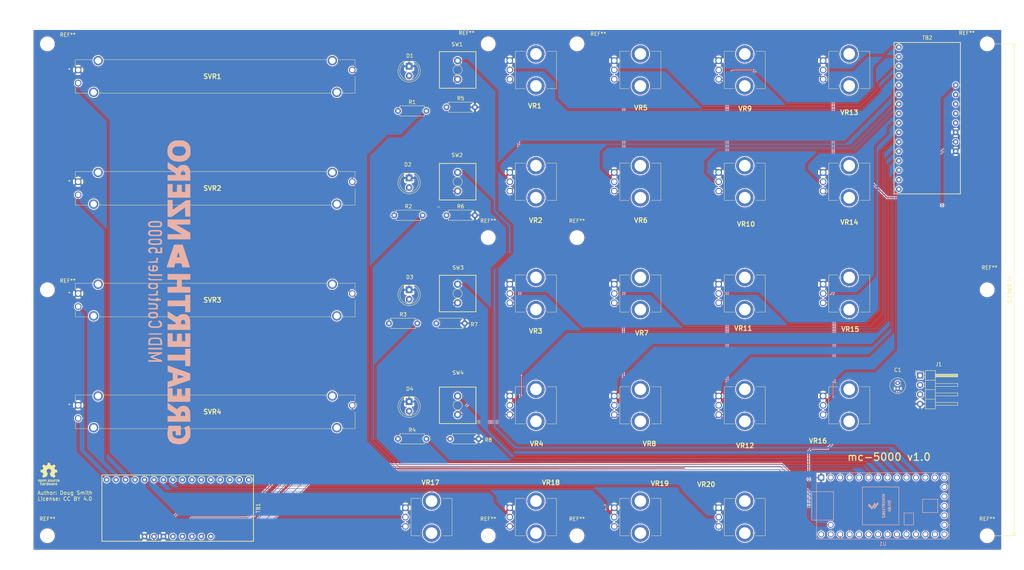
<source format=kicad_pcb>
(kicad_pcb (version 20171130) (host pcbnew "(5.1.5)-3")
  (title_block (title "Midi Controller") (date 2019-12-28) (rev V1) (comment 2 creativecommons.org/license/by/4.0/) (comment 3 "License: CC BY 4.0") (comment 4 "Author: Doug Smith"))
  (layers (0 F.Cu signal hide) (31 B.Cu signal) (34 B.Paste user) (35 F.Paste user) (36 B.SilkS user) (37 F.SilkS user) (38 B.Mask user) (39 F.Mask user) (44 Edge.Cuts user))
  (net 0 "")
  (net 1 "Net-(D1-Pad2)")
  (net 2 GND)
  (net 3 "Net-(D2-Pad2)")
  (net 4 "Net-(D3-Pad2)")
  (net 5 "Net-(D4-Pad2)")
  (net 6 /LD1)
  (net 7 /LD2)
  (net 8 /LD3)
  (net 9 /LD4)
  (net 10 /SW1)
  (net 11 /SW2)
  (net 12 /SW3)
  (net 13 /SW4)
  (net 14 "Net-(SVR1-PadMH2)")
  (net 15 "Net-(SVR1-PadMH1)")
  (net 16 +3V3)
  (net 17 /SL1)
  (net 18 "Net-(SVR2-PadMH2)")
  (net 19 "Net-(SVR2-PadMH1)")
  (net 20 /SL2)
  (net 21 "Net-(SVR3-PadMH2)")
  (net 22 "Net-(SVR3-PadMH1)")
  (net 23 /SL3)
  (net 24 "Net-(SVR4-PadMH2)")
  (net 25 "Net-(SVR4-PadMH1)")
  (net 26 /SL4)
  (net 27 "Net-(TB1-Pad24)")
  (net 28 "Net-(TB1-Pad23)")
  (net 29 "Net-(TB1-Pad22)")
  (net 30 "Net-(TB1-Pad21)")
  (net 31 "Net-(TB1-Pad20)")
  (net 32 "Net-(TB1-Pad19)")
  (net 33 "Net-(TB1-Pad18)")
  (net 34 "Net-(TB1-Pad17)")
  (net 35 /PT20)
  (net 36 /PT19)
  (net 37 /PT18)
  (net 38 /PT17)
  (net 39 "Net-(TB1-Pad8)")
  (net 40 "Net-(TB1-Pad7)")
  (net 41 "Net-(TB1-Pad6)")
  (net 42 "Net-(TB1-Pad5)")
  (net 43 "Net-(TB1-Pad4)")
  (net 44 /PT16)
  (net 45 /PT15)
  (net 46 /PT14)
  (net 47 /PT13)
  (net 48 /PT12)
  (net 49 /PT11)
  (net 50 /PT10)
  (net 51 /PT9)
  (net 52 /PT8)
  (net 53 /PT7)
  (net 54 /PT6)
  (net 55 /PT5)
  (net 56 /PT4)
  (net 57 /PT3)
  (net 58 /PT2)
  (net 59 /PT1)
  (net 60 "Net-(TB2-Pad8)")
  (net 61 "Net-(U1-Pad18)")
  (net 62 "Net-(U1-Pad19)")
  (net 63 "Net-(U1-Pad20)")
  (net 64 "Net-(U1-Pad15)")
  (net 65 "Net-(U1-Pad14)")
  (net 66 "Net-(U1-Pad27)")
  (net 67 "Net-(U1-Pad28)")
  (net 68 "Net-(U1-Pad29)")
  (net 69 "Net-(U1-Pad30)")
  (net 70 "Net-(U1-Pad32)")
  (net 71 "Net-(U1-Pad33)")
  (net 72 "Net-(U1-Pad13)")
  (net 73 "Net-(U1-Pad4)")
  (net 74 "Net-(U1-Pad3)")
  (net 75 "Net-(U1-Pad2)")
  (net 76 "Net-(VR1-PadMH2)")
  (net 77 "Net-(VR1-PadMH1)")
  (net 78 "Net-(VR2-PadMH2)")
  (net 79 "Net-(VR2-PadMH1)")
  (net 80 "Net-(VR3-PadMH2)")
  (net 81 "Net-(VR3-PadMH1)")
  (net 82 "Net-(VR4-PadMH2)")
  (net 83 "Net-(VR4-PadMH1)")
  (net 84 "Net-(VR5-PadMH2)")
  (net 85 "Net-(VR5-PadMH1)")
  (net 86 "Net-(VR6-PadMH2)")
  (net 87 "Net-(VR6-PadMH1)")
  (net 88 "Net-(VR7-PadMH2)")
  (net 89 "Net-(VR7-PadMH1)")
  (net 90 "Net-(VR8-PadMH2)")
  (net 91 "Net-(VR8-PadMH1)")
  (net 92 "Net-(VR9-PadMH2)")
  (net 93 "Net-(VR9-PadMH1)")
  (net 94 "Net-(VR10-PadMH2)")
  (net 95 "Net-(VR10-PadMH1)")
  (net 96 "Net-(VR11-PadMH2)")
  (net 97 "Net-(VR11-PadMH1)")
  (net 98 "Net-(VR12-PadMH2)")
  (net 99 "Net-(VR12-PadMH1)")
  (net 100 "Net-(VR13-PadMH2)")
  (net 101 "Net-(VR13-PadMH1)")
  (net 102 "Net-(VR14-PadMH2)")
  (net 103 "Net-(VR14-PadMH1)")
  (net 104 "Net-(VR15-PadMH2)")
  (net 105 "Net-(VR15-PadMH1)")
  (net 106 "Net-(VR16-PadMH2)")
  (net 107 "Net-(VR16-PadMH1)")
  (net 108 "Net-(VR17-PadMH2)")
  (net 109 "Net-(VR17-PadMH1)")
  (net 110 "Net-(VR18-PadMH2)")
  (net 111 "Net-(VR18-PadMH1)")
  (net 112 "Net-(VR19-PadMH2)")
  (net 113 "Net-(VR19-PadMH1)")
  (net 114 "Net-(VR20-PadMH2)")
  (net 115 "Net-(VR20-PadMH1)")
  (net 116 VUSB)
  (net 117 "Net-(J1-Pad2)")
  (net 118 "Net-(J1-Pad3)")
  (net 119 "Net-(U1-Pad17)")
  (net 120 3V3)
  (module SamacSys_Parts:PTV09A4015FB103 (layer F.Cu) (at 211 151 270)
    (fp_text reference VR20 (at -8.76 10.34 180) (layer F.SilkS) (effects (font (size 1.27 1.27) (thickness 0.254))))
    (fp_text value PTV09A-4025F-B103 hide)
    (pad MH2 thru_hole circle (at 4.3 0 270) (size 4.686 4.686) (drill 3.1241) (layers *.Cu *.Mask) (net 114 "Net-(VR20-PadMH2)"))
    (pad MH1 thru_hole circle (at -4.3 0 270) (size 4.686 4.686) (drill 3.1241) (layers *.Cu *.Mask) (net 115 "Net-(VR20-PadMH1)"))
    (pad 3 thru_hole circle (at 2.5 7 270) (size 1.8 1.8) (drill 1.2) (layers *.Cu *.Mask) (net 120 3V3))
    (pad 2 thru_hole circle (at 0 7 270) (size 1.8 1.8) (drill 1.2) (layers *.Cu *.Mask) (net 35 /PT20))
    (pad 1 thru_hole circle (at -2.5 7 270) (size 1.8 1.8) (drill 1.2) (layers *.Cu *.Mask) (net 2 GND))
  )
  (module SamacSys_Parts:PTV09A4015FB103 (layer F.Cu) (at 183 151 270)
    (fp_text reference VR19 (at -9.014 -5.214 180) (layer F.SilkS) (effects (font (size 1.27 1.27) (thickness 0.254))))
    (fp_text value PTV09A-4025F-B103 hide)
    (pad MH2 thru_hole circle (at 4.3 0 270) (size 4.686 4.686) (drill 3.1241) (layers *.Cu *.Mask) (net 112 "Net-(VR19-PadMH2)"))
    (pad MH1 thru_hole circle (at -4.3 0 270) (size 4.686 4.686) (drill 3.1241) (layers *.Cu *.Mask) (net 113 "Net-(VR19-PadMH1)"))
    (pad 3 thru_hole circle (at 2.5 7 270) (size 1.8 1.8) (drill 1.2) (layers *.Cu *.Mask) (net 120 3V3))
    (pad 2 thru_hole circle (at 0 7 270) (size 1.8 1.8) (drill 1.2) (layers *.Cu *.Mask) (net 36 /PT19))
    (pad 1 thru_hole circle (at -2.5 7 270) (size 1.8 1.8) (drill 1.2) (layers *.Cu *.Mask) (net 2 GND))
  )
  (module SamacSys_Parts:PTV09A4015FB103 (layer F.Cu) (at 155 151 270)
    (fp_text reference VR18 (at -9.268 -4.004 180) (layer F.SilkS) (effects (font (size 1.27 1.27) (thickness 0.254))))
    (fp_text value PTV09A-4025F-B103 hide)
    (pad MH2 thru_hole circle (at 4.3 0 270) (size 4.686 4.686) (drill 3.1241) (layers *.Cu *.Mask) (net 110 "Net-(VR18-PadMH2)"))
    (pad MH1 thru_hole circle (at -4.3 0 270) (size 4.686 4.686) (drill 3.1241) (layers *.Cu *.Mask) (net 111 "Net-(VR18-PadMH1)"))
    (pad 3 thru_hole circle (at 2.5 7 270) (size 1.8 1.8) (drill 1.2) (layers *.Cu *.Mask) (net 120 3V3))
    (pad 2 thru_hole circle (at 0 7 270) (size 1.8 1.8) (drill 1.2) (layers *.Cu *.Mask) (net 37 /PT18))
    (pad 1 thru_hole circle (at -2.5 7 270) (size 1.8 1.8) (drill 1.2) (layers *.Cu *.Mask) (net 2 GND))
  )
  (module SamacSys_Parts:PTV09A4015FB103 (layer F.Cu) (at 127 151 270)
    (fp_text reference VR17 (at -9.268 0.286 180) (layer F.SilkS) (effects (font (size 1.27 1.27) (thickness 0.254))))
    (fp_text value PTV09A-4025F-B103 hide)
    (pad MH2 thru_hole circle (at 4.3 0 270) (size 4.686 4.686) (drill 3.1241) (layers *.Cu *.Mask) (net 108 "Net-(VR17-PadMH2)"))
    (pad MH1 thru_hole circle (at -4.3 0 270) (size 4.686 4.686) (drill 3.1241) (layers *.Cu *.Mask) (net 109 "Net-(VR17-PadMH1)"))
    (pad 3 thru_hole circle (at 2.5 7 270) (size 1.8 1.8) (drill 1.2) (layers *.Cu *.Mask) (net 120 3V3))
    (pad 2 thru_hole circle (at 0 7 270) (size 1.8 1.8) (drill 1.2) (layers *.Cu *.Mask) (net 38 /PT17))
    (pad 1 thru_hole circle (at -2.5 7 270) (size 1.8 1.8) (drill 1.2) (layers *.Cu *.Mask) (net 2 GND))
  )
  (module SamacSys_Parts:PTV09A4015FB103 (layer F.Cu) (at 239 121 270)
    (fp_text reference VR16 (at 9.556 8.368 180) (layer F.SilkS) (effects (font (size 1.27 1.27) (thickness 0.254))))
    (fp_text value PTV09A-4025F-B103 hide)
    (pad MH2 thru_hole circle (at 4.3 0 270) (size 4.686 4.686) (drill 3.1241) (layers *.Cu *.Mask) (net 106 "Net-(VR16-PadMH2)"))
    (pad MH1 thru_hole circle (at -4.3 0 270) (size 4.686 4.686) (drill 3.1241) (layers *.Cu *.Mask) (net 107 "Net-(VR16-PadMH1)"))
    (pad 3 thru_hole circle (at 2.5 7 270) (size 1.8 1.8) (drill 1.2) (layers *.Cu *.Mask) (net 120 3V3))
    (pad 2 thru_hole circle (at 0 7 270) (size 1.8 1.8) (drill 1.2) (layers *.Cu *.Mask) (net 47 /PT13))
    (pad 1 thru_hole circle (at -2.5 7 270) (size 1.8 1.8) (drill 1.2) (layers *.Cu *.Mask) (net 2 GND))
  )
  (module SamacSys_Parts:PTV09A4015FB103 (layer F.Cu) (at 239 91 270)
    (fp_text reference VR15 (at 9.584 -0.268 180) (layer F.SilkS) (effects (font (size 1.27 1.27) (thickness 0.254))))
    (fp_text value PTV09A-4025F-B103 hide)
    (pad MH2 thru_hole circle (at 4.3 0 270) (size 4.686 4.686) (drill 3.1241) (layers *.Cu *.Mask) (net 104 "Net-(VR15-PadMH2)"))
    (pad MH1 thru_hole circle (at -4.3 0 270) (size 4.686 4.686) (drill 3.1241) (layers *.Cu *.Mask) (net 105 "Net-(VR15-PadMH1)"))
    (pad 3 thru_hole circle (at 2.5 7 270) (size 1.8 1.8) (drill 1.2) (layers *.Cu *.Mask) (net 120 3V3))
    (pad 2 thru_hole circle (at 0 7 270) (size 1.8 1.8) (drill 1.2) (layers *.Cu *.Mask) (net 51 /PT9))
    (pad 1 thru_hole circle (at -2.5 7 270) (size 1.8 1.8) (drill 1.2) (layers *.Cu *.Mask) (net 2 GND))
  )
  (module SamacSys_Parts:PTV09A4015FB103 (layer F.Cu) (at 239 61 270)
    (fp_text reference VR14 (at 10.882 -0.014 180) (layer F.SilkS) (effects (font (size 1.27 1.27) (thickness 0.254))))
    (fp_text value PTV09A-4025F-B103 hide)
    (pad MH2 thru_hole circle (at 4.3 0 270) (size 4.686 4.686) (drill 3.1241) (layers *.Cu *.Mask) (net 102 "Net-(VR14-PadMH2)"))
    (pad MH1 thru_hole circle (at -4.3 0 270) (size 4.686 4.686) (drill 3.1241) (layers *.Cu *.Mask) (net 103 "Net-(VR14-PadMH1)"))
    (pad 3 thru_hole circle (at 2.5 7 270) (size 1.8 1.8) (drill 1.2) (layers *.Cu *.Mask) (net 120 3V3))
    (pad 2 thru_hole circle (at 0 7 270) (size 1.8 1.8) (drill 1.2) (layers *.Cu *.Mask) (net 55 /PT5))
    (pad 1 thru_hole circle (at -2.5 7 270) (size 1.8 1.8) (drill 1.2) (layers *.Cu *.Mask) (net 2 GND))
  )
  (module SamacSys_Parts:PTV09A4015FB103 (layer F.Cu) (at 239 31 270)
    (fp_text reference VR13 (at 11.418 -0.014 180) (layer F.SilkS) (effects (font (size 1.27 1.27) (thickness 0.254))))
    (fp_text value PTV09A-4025F-B103 hide)
    (pad MH2 thru_hole circle (at 4.3 0 270) (size 4.686 4.686) (drill 3.1241) (layers *.Cu *.Mask) (net 100 "Net-(VR13-PadMH2)"))
    (pad MH1 thru_hole circle (at -4.3 0 270) (size 4.686 4.686) (drill 3.1241) (layers *.Cu *.Mask) (net 101 "Net-(VR13-PadMH1)"))
    (pad 3 thru_hole circle (at 2.5 7 270) (size 1.8 1.8) (drill 1.2) (layers *.Cu *.Mask) (net 120 3V3))
    (pad 2 thru_hole circle (at 0 7 270) (size 1.8 1.8) (drill 1.2) (layers *.Cu *.Mask) (net 59 /PT1))
    (pad 1 thru_hole circle (at -2.5 7 270) (size 1.8 1.8) (drill 1.2) (layers *.Cu *.Mask) (net 2 GND))
  )
  (module SamacSys_Parts:PTV09A4015FB103 (layer F.Cu) (at 211 121 270)
    (fp_text reference VR12 (at 10.826 -0.074 180) (layer F.SilkS) (effects (font (size 1.27 1.27) (thickness 0.254))))
    (fp_text value PTV09A-4025F-B103 hide)
    (pad MH2 thru_hole circle (at 4.3 0 270) (size 4.686 4.686) (drill 3.1241) (layers *.Cu *.Mask) (net 98 "Net-(VR12-PadMH2)"))
    (pad MH1 thru_hole circle (at -4.3 0 270) (size 4.686 4.686) (drill 3.1241) (layers *.Cu *.Mask) (net 99 "Net-(VR12-PadMH1)"))
    (pad 3 thru_hole circle (at 2.5 7 270) (size 1.8 1.8) (drill 1.2) (layers *.Cu *.Mask) (net 120 3V3))
    (pad 2 thru_hole circle (at 0 7 270) (size 1.8 1.8) (drill 1.2) (layers *.Cu *.Mask) (net 46 /PT14))
    (pad 1 thru_hole circle (at -2.5 7 270) (size 1.8 1.8) (drill 1.2) (layers *.Cu *.Mask) (net 2 GND))
  )
  (module SamacSys_Parts:PTV09A4015FB103 (layer F.Cu) (at 211 91 270)
    (fp_text reference VR11 (at 9.33 0.434 180) (layer F.SilkS) (effects (font (size 1.27 1.27) (thickness 0.254))))
    (fp_text value PTV09A-4025F-B103 hide)
    (pad MH2 thru_hole circle (at 4.3 0 270) (size 4.686 4.686) (drill 3.1241) (layers *.Cu *.Mask) (net 96 "Net-(VR11-PadMH2)"))
    (pad MH1 thru_hole circle (at -4.3 0 270) (size 4.686 4.686) (drill 3.1241) (layers *.Cu *.Mask) (net 97 "Net-(VR11-PadMH1)"))
    (pad 3 thru_hole circle (at 2.5 7 270) (size 1.8 1.8) (drill 1.2) (layers *.Cu *.Mask) (net 120 3V3))
    (pad 2 thru_hole circle (at 0 7 270) (size 1.8 1.8) (drill 1.2) (layers *.Cu *.Mask) (net 50 /PT10))
    (pad 1 thru_hole circle (at -2.5 7 270) (size 1.8 1.8) (drill 1.2) (layers *.Cu *.Mask) (net 2 GND))
  )
  (module SamacSys_Parts:PTV09A4015FB103 (layer F.Cu) (at 211 61 270)
    (fp_text reference VR10 (at 11.39 -0.328 180) (layer F.SilkS) (effects (font (size 1.27 1.27) (thickness 0.254))))
    (fp_text value PTV09A-4025F-B103 hide)
    (pad MH2 thru_hole circle (at 4.3 0 270) (size 4.686 4.686) (drill 3.1241) (layers *.Cu *.Mask) (net 94 "Net-(VR10-PadMH2)"))
    (pad MH1 thru_hole circle (at -4.3 0 270) (size 4.686 4.686) (drill 3.1241) (layers *.Cu *.Mask) (net 95 "Net-(VR10-PadMH1)"))
    (pad 3 thru_hole circle (at 2.5 7 270) (size 1.8 1.8) (drill 1.2) (layers *.Cu *.Mask) (net 120 3V3))
    (pad 2 thru_hole circle (at 0 7 270) (size 1.8 1.8) (drill 1.2) (layers *.Cu *.Mask) (net 54 /PT6))
    (pad 1 thru_hole circle (at -2.5 7 270) (size 1.8 1.8) (drill 1.2) (layers *.Cu *.Mask) (net 2 GND))
  )
  (module SamacSys_Parts:PTV09A4015FB103 (layer F.Cu) (at 211 31 270)
    (fp_text reference VR9 (at 10.402 -0.074 180) (layer F.SilkS) (effects (font (size 1.27 1.27) (thickness 0.254))))
    (fp_text value PTV09A-4025F-B103 hide)
    (pad MH2 thru_hole circle (at 4.3 0 270) (size 4.686 4.686) (drill 3.1241) (layers *.Cu *.Mask) (net 92 "Net-(VR9-PadMH2)"))
    (pad MH1 thru_hole circle (at -4.3 0 270) (size 4.686 4.686) (drill 3.1241) (layers *.Cu *.Mask) (net 93 "Net-(VR9-PadMH1)"))
    (pad 3 thru_hole circle (at 2.5 7 270) (size 1.8 1.8) (drill 1.2) (layers *.Cu *.Mask) (net 120 3V3))
    (pad 2 thru_hole circle (at 0 7 270) (size 1.8 1.8) (drill 1.2) (layers *.Cu *.Mask) (net 58 /PT2))
    (pad 1 thru_hole circle (at -2.5 7 270) (size 1.8 1.8) (drill 1.2) (layers *.Cu *.Mask) (net 2 GND))
  )
  (module SamacSys_Parts:PTV09A4015FB103 (layer F.Cu) (at 183 121 270)
    (fp_text reference VR8 (at 10.318 -2.42 180) (layer F.SilkS) (effects (font (size 1.27 1.27) (thickness 0.254))))
    (fp_text value PTV09A-4025F-B103 hide)
    (pad MH2 thru_hole circle (at 4.3 0 270) (size 4.686 4.686) (drill 3.1241) (layers *.Cu *.Mask) (net 90 "Net-(VR8-PadMH2)"))
    (pad MH1 thru_hole circle (at -4.3 0 270) (size 4.686 4.686) (drill 3.1241) (layers *.Cu *.Mask) (net 91 "Net-(VR8-PadMH1)"))
    (pad 3 thru_hole circle (at 2.5 7 270) (size 1.8 1.8) (drill 1.2) (layers *.Cu *.Mask) (net 120 3V3))
    (pad 2 thru_hole circle (at 0 7 270) (size 1.8 1.8) (drill 1.2) (layers *.Cu *.Mask) (net 45 /PT15))
    (pad 1 thru_hole circle (at -2.5 7 270) (size 1.8 1.8) (drill 1.2) (layers *.Cu *.Mask) (net 2 GND))
  )
  (module SamacSys_Parts:PTV09A4015FB103 (layer F.Cu) (at 183 91 270)
    (fp_text reference VR7 (at 10.6 -0.388 180) (layer F.SilkS) (effects (font (size 1.27 1.27) (thickness 0.254))))
    (fp_text value PTV09A-4025F-B103 hide)
    (pad MH2 thru_hole circle (at 4.3 0 270) (size 4.686 4.686) (drill 3.1241) (layers *.Cu *.Mask) (net 88 "Net-(VR7-PadMH2)"))
    (pad MH1 thru_hole circle (at -4.3 0 270) (size 4.686 4.686) (drill 3.1241) (layers *.Cu *.Mask) (net 89 "Net-(VR7-PadMH1)"))
    (pad 3 thru_hole circle (at 2.5 7 270) (size 1.8 1.8) (drill 1.2) (layers *.Cu *.Mask) (net 120 3V3))
    (pad 2 thru_hole circle (at 0 7 270) (size 1.8 1.8) (drill 1.2) (layers *.Cu *.Mask) (net 49 /PT11))
    (pad 1 thru_hole circle (at -2.5 7 270) (size 1.8 1.8) (drill 1.2) (layers *.Cu *.Mask) (net 2 GND))
  )
  (module SamacSys_Parts:PTV09A4015FB103 (layer F.Cu) (at 183 61 270)
    (fp_text reference VR6 (at 10.374 -0.134 180) (layer F.SilkS) (effects (font (size 1.27 1.27) (thickness 0.254))))
    (fp_text value PTV09A-4025F-B103 hide)
    (pad MH2 thru_hole circle (at 4.3 0 270) (size 4.686 4.686) (drill 3.1241) (layers *.Cu *.Mask) (net 86 "Net-(VR6-PadMH2)"))
    (pad MH1 thru_hole circle (at -4.3 0 270) (size 4.686 4.686) (drill 3.1241) (layers *.Cu *.Mask) (net 87 "Net-(VR6-PadMH1)"))
    (pad 3 thru_hole circle (at 2.5 7 270) (size 1.8 1.8) (drill 1.2) (layers *.Cu *.Mask) (net 120 3V3))
    (pad 2 thru_hole circle (at 0 7 270) (size 1.8 1.8) (drill 1.2) (layers *.Cu *.Mask) (net 53 /PT7))
    (pad 1 thru_hole circle (at -2.5 7 270) (size 1.8 1.8) (drill 1.2) (layers *.Cu *.Mask) (net 2 GND))
  )
  (module SamacSys_Parts:PTV09A4015FB103 (layer F.Cu) (at 183 31 270)
    (fp_text reference VR5 (at 10.148 -0.134 180) (layer F.SilkS) (effects (font (size 1.27 1.27) (thickness 0.254))))
    (fp_text value PTV09A-4025F-B103 hide)
    (pad MH2 thru_hole circle (at 4.3 0 270) (size 4.686 4.686) (drill 3.1241) (layers *.Cu *.Mask) (net 84 "Net-(VR5-PadMH2)"))
    (pad MH1 thru_hole circle (at -4.3 0 270) (size 4.686 4.686) (drill 3.1241) (layers *.Cu *.Mask) (net 85 "Net-(VR5-PadMH1)"))
    (pad 3 thru_hole circle (at 2.5 7 270) (size 1.8 1.8) (drill 1.2) (layers *.Cu *.Mask) (net 120 3V3))
    (pad 2 thru_hole circle (at 0 7 270) (size 1.8 1.8) (drill 1.2) (layers *.Cu *.Mask) (net 57 /PT3))
    (pad 1 thru_hole circle (at -2.5 7 270) (size 1.8 1.8) (drill 1.2) (layers *.Cu *.Mask) (net 2 GND))
  )
  (module SamacSys_Parts:PTV09A4015FB103 (layer F.Cu) (at 155 121 270)
    (fp_text reference VR4 (at 10.318 -0.194 180) (layer F.SilkS) (effects (font (size 1.27 1.27) (thickness 0.254))))
    (fp_text value PTV09A-4025F-B103 hide)
    (pad MH2 thru_hole circle (at 4.3 0 270) (size 4.686 4.686) (drill 3.1241) (layers *.Cu *.Mask) (net 82 "Net-(VR4-PadMH2)"))
    (pad MH1 thru_hole circle (at -4.3 0 270) (size 4.686 4.686) (drill 3.1241) (layers *.Cu *.Mask) (net 83 "Net-(VR4-PadMH1)"))
    (pad 3 thru_hole circle (at 2.5 7 270) (size 1.8 1.8) (drill 1.2) (layers *.Cu *.Mask) (net 120 3V3))
    (pad 2 thru_hole circle (at 0 7 270) (size 1.8 1.8) (drill 1.2) (layers *.Cu *.Mask) (net 44 /PT16))
    (pad 1 thru_hole circle (at -2.5 7 270) (size 1.8 1.8) (drill 1.2) (layers *.Cu *.Mask) (net 2 GND))
  )
  (module SamacSys_Parts:PTV09A4015FB103 (layer F.Cu) (at 155 91 270)
    (fp_text reference VR3 (at 10.092 0.06 180) (layer F.SilkS) (effects (font (size 1.27 1.27) (thickness 0.254))))
    (fp_text value PTV09A-4025F-B103 hide)
    (pad MH2 thru_hole circle (at 4.3 0 270) (size 4.686 4.686) (drill 3.1241) (layers *.Cu *.Mask) (net 80 "Net-(VR3-PadMH2)"))
    (pad MH1 thru_hole circle (at -4.3 0 270) (size 4.686 4.686) (drill 3.1241) (layers *.Cu *.Mask) (net 81 "Net-(VR3-PadMH1)"))
    (pad 3 thru_hole circle (at 2.5 7 270) (size 1.8 1.8) (drill 1.2) (layers *.Cu *.Mask) (net 120 3V3))
    (pad 2 thru_hole circle (at 0 7 270) (size 1.8 1.8) (drill 1.2) (layers *.Cu *.Mask) (net 48 /PT12))
    (pad 1 thru_hole circle (at -2.5 7 270) (size 1.8 1.8) (drill 1.2) (layers *.Cu *.Mask) (net 2 GND))
  )
  (module SamacSys_Parts:PTV09A4015FB103 (layer F.Cu) (at 155 61 270)
    (fp_text reference VR2 (at 10.374 0.06 180) (layer F.SilkS) (effects (font (size 1.27 1.27) (thickness 0.254))))
    (fp_text value PTV09A-4025F-B103 hide)
    (pad MH2 thru_hole circle (at 4.3 0 270) (size 4.686 4.686) (drill 3.1241) (layers *.Cu *.Mask) (net 78 "Net-(VR2-PadMH2)"))
    (pad MH1 thru_hole circle (at -4.3 0 270) (size 4.686 4.686) (drill 3.1241) (layers *.Cu *.Mask) (net 79 "Net-(VR2-PadMH1)"))
    (pad 3 thru_hole circle (at 2.5 7 270) (size 1.8 1.8) (drill 1.2) (layers *.Cu *.Mask) (net 120 3V3))
    (pad 2 thru_hole circle (at 0 7 270) (size 1.8 1.8) (drill 1.2) (layers *.Cu *.Mask) (net 52 /PT8))
    (pad 1 thru_hole circle (at -2.5 7 270) (size 1.8 1.8) (drill 1.2) (layers *.Cu *.Mask) (net 2 GND))
  )
  (module SamacSys_Parts:PTV09A4015FB103 (layer F.Cu) (at 155 31 270)
    (fp_text reference VR1 (at 9.64 0.314 180) (layer F.SilkS) (effects (font (size 1.27 1.27) (thickness 0.254))))
    (fp_text value PTV09A-4025F-B103 hide)
    (pad MH2 thru_hole circle (at 4.3 0 270) (size 4.686 4.686) (drill 3.1241) (layers *.Cu *.Mask) (net 76 "Net-(VR1-PadMH2)"))
    (pad MH1 thru_hole circle (at -4.3 0 270) (size 4.686 4.686) (drill 3.1241) (layers *.Cu *.Mask) (net 77 "Net-(VR1-PadMH1)"))
    (pad 3 thru_hole circle (at 2.5 7 270) (size 1.8 1.8) (drill 1.2) (layers *.Cu *.Mask) (net 120 3V3))
    (pad 2 thru_hole circle (at 0 7 270) (size 1.8 1.8) (drill 1.2) (layers *.Cu *.Mask) (net 56 /PT4))
    (pad 1 thru_hole circle (at -2.5 7 270) (size 1.8 1.8) (drill 1.2) (layers *.Cu *.Mask) (net 2 GND))
  )
  (module "midi controller:1543-650-149" (layer F.Cu) (at 134 121 270)
    (fp_text reference SW4 (at -8.732 -0.112 180) (layer F.SilkS))
    (fp_text value SW_Push)
    (pad 2 thru_hole circle (at 2.5 0 270) (size 2 2) (drill 1.1) (layers *.Cu *.Mask) (net 120 3V3))
    (pad 1 thru_hole circle (at -2.5 0 270) (size 2 2) (drill 1.1) (layers *.Cu *.Mask) (net 10 /SW1))
  )
  (module "midi controller:1543-650-149" (layer F.Cu) (at 134 91 270)
    (fp_text reference SW3 (at -6.926 -0.112 180) (layer F.SilkS))
    (fp_text value SW_Push)
    (pad 2 thru_hole circle (at 2.5 0 270) (size 2 2) (drill 1.1) (layers *.Cu *.Mask) (net 120 3V3))
    (pad 1 thru_hole circle (at -2.5 0 270) (size 2 2) (drill 1.1) (layers *.Cu *.Mask) (net 11 /SW2))
  )
  (module "midi controller:1543-650-149" (layer F.Cu) (at 134 61 270)
    (fp_text reference SW2 (at -7.152 0.142 180) (layer F.SilkS))
    (fp_text value SW_Push)
    (pad 2 thru_hole circle (at 2.5 0 270) (size 2 2) (drill 1.1) (layers *.Cu *.Mask) (net 120 3V3))
    (pad 1 thru_hole circle (at -2.5 0 270) (size 2 2) (drill 1.1) (layers *.Cu *.Mask) (net 12 /SW3))
  )
  (module "midi controller:1543-650-149" (layer F.Cu) (at 134 31 270)
    (fp_text reference SW1 (at -6.87 0.142 180) (layer F.SilkS))
    (fp_text value SW_Push)
    (pad 2 thru_hole circle (at 2.5 0 270) (size 2 2) (drill 1.1) (layers *.Cu *.Mask) (net 120 3V3))
    (pad 1 thru_hole circle (at -2.5 0 270) (size 2 2) (drill 1.1) (layers *.Cu *.Mask) (net 13 /SW4))
  )
  (module "midi controller:mc5000logo" (layer B.Cu) (at 56.642 90.678 90)
    (fp_text reference G*** hide)
    (fp_text value LOGO hide)
  )
  (module Symbol:OSHW-Logo_5.7x6mm_SilkScreen (layer F.Cu) (at 24.384 139.446)
    (fp_text reference REF** hide)
    (fp_text value OSHW-Logo_5.7x6mm_SilkScreen hide)
  )
  (module MountingHole:MountingHole_3.5mm (layer F.Cu) (at 142.2 76)
    (fp_text reference REF** (at 0 -4.5) (layer F.SilkS))
    (fp_text value MountingHole_3.5mm)
    (pad 1 np_thru_hole circle (at 0 0) (size 3.5 3.5) (drill 3.5) (layers *.Cu *.Mask))
  )
  (module MountingHole:MountingHole_3.5mm (layer F.Cu) (at 166 76)
    (fp_text reference REF** (at 0 -4.5) (layer F.SilkS))
    (fp_text value MountingHole_3.5mm)
    (pad 1 np_thru_hole circle (at 0 0) (size 3.5 3.5) (drill 3.5) (layers *.Cu *.Mask))
  )
  (module MountingHole:MountingHole_3.5mm (layer F.Cu) (at 276 90)
    (fp_text reference REF** (at 0.606 -5.926) (layer F.SilkS))
    (fp_text value MountingHole_3.5mm)
    (pad 1 np_thru_hole circle (at 0 0) (size 3.5 3.5) (drill 3.5) (layers *.Cu *.Mask))
  )
  (module MountingHole:MountingHole_3.5mm (layer F.Cu) (at 24 90)
    (fp_text reference REF** (at 5.464 -2.41) (layer F.SilkS))
    (fp_text value MountingHole_3.5mm)
    (pad 1 np_thru_hole circle (at 0 0) (size 3.5 3.5) (drill 3.5) (layers *.Cu *.Mask))
  )
  (module MountingHole:MountingHole_3.5mm (layer F.Cu) (at 142.2 156)
    (fp_text reference REF** (at 0 -4.5) (layer F.SilkS))
    (fp_text value MountingHole_3.5mm)
    (pad 1 np_thru_hole circle (at 0 0) (size 3.5 3.5) (drill 3.5) (layers *.Cu *.Mask))
  )
  (module MountingHole:MountingHole_3.5mm (layer F.Cu) (at 166 156)
    (fp_text reference REF** (at 0 -4.5) (layer F.SilkS))
    (fp_text value MountingHole_3.5mm)
    (pad 1 np_thru_hole circle (at 0 0) (size 3.5 3.5) (drill 3.5) (layers *.Cu *.Mask))
  )
  (module MountingHole:MountingHole_3.5mm (layer F.Cu) (at 142.2 24)
    (fp_text reference REF** (at -5.802 -2.918) (layer F.SilkS))
    (fp_text value MountingHole_3.5mm)
    (pad 1 np_thru_hole circle (at 0 0) (size 3.5 3.5) (drill 3.5) (layers *.Cu *.Mask))
  )
  (module MountingHole:MountingHole_3.5mm (layer F.Cu) (at 166 24)
    (fp_text reference REF** (at 5.704 -2.664) (layer F.SilkS))
    (fp_text value MountingHole_3.5mm)
    (pad 1 np_thru_hole circle (at 0 0) (size 3.5 3.5) (drill 3.5) (layers *.Cu *.Mask))
  )
  (module MountingHole:MountingHole_3.5mm (layer F.Cu) (at 276 156)
    (fp_text reference REF** (at 0 -4.5) (layer F.SilkS))
    (fp_text value MountingHole_3.5mm)
    (pad 1 np_thru_hole circle (at 0 0) (size 3.5 3.5) (drill 3.5) (layers *.Cu *.Mask))
  )
  (module MountingHole:MountingHole_3.5mm (layer F.Cu) (at 24 156)
    (fp_text reference REF** (at 0 -4.5) (layer F.SilkS))
    (fp_text value MountingHole_3.5mm)
    (pad 1 np_thru_hole circle (at 0 0) (size 3.5 3.5) (drill 3.5) (layers *.Cu *.Mask))
  )
  (module MountingHole:MountingHole_3.5mm (layer F.Cu) (at 276 24)
    (fp_text reference REF** (at -5.49 -2.918) (layer F.SilkS))
    (fp_text value MountingHole_3.5mm)
    (pad 1 np_thru_hole circle (at 0 0) (size 3.5 3.5) (drill 3.5) (layers *.Cu *.Mask))
  )
  (module MountingHole:MountingHole_3.5mm (layer F.Cu) (at 24 24)
    (fp_text reference REF** (at 5.464 -2.41) (layer F.SilkS))
    (fp_text value MountingHole_3.5mm)
    (pad 1 np_thru_hole circle (at 0 0) (size 3.5 3.5) (drill 3.5) (layers *.Cu *.Mask))
  )
  (module "midi controller:BOB-Mux" (layer F.Cu) (at 259.922 43.942)
    (fp_text reference TB2 (at 0 -21.59) (layer F.SilkS))
    (fp_text value CD74HC4067)
    (pad 8 thru_hole circle (at 7.62 -8.89) (size 1.524 1.524) (drill 0.762) (layers *.Cu *.Mask) (net 60 "Net-(TB2-Pad8)"))
    (pad 7 thru_hole circle (at 7.62 -6.35) (size 1.524 1.524) (drill 0.762) (layers *.Cu *.Mask) (net 40 "Net-(TB1-Pad7)"))
    (pad 6 thru_hole circle (at 7.62 -3.81) (size 1.524 1.524) (drill 0.762) (layers *.Cu *.Mask) (net 41 "Net-(TB1-Pad6)"))
    (pad 5 thru_hole circle (at 7.62 -1.27) (size 1.524 1.524) (drill 0.762) (layers *.Cu *.Mask) (net 42 "Net-(TB1-Pad5)"))
    (pad 4 thru_hole circle (at 7.62 1.27) (size 1.524 1.524) (drill 0.762) (layers *.Cu *.Mask) (net 43 "Net-(TB1-Pad4)"))
    (pad 3 thru_hole circle (at 7.62 3.81) (size 1.524 1.524) (drill 0.762) (layers *.Cu *.Mask) (net 2 GND))
    (pad 2 thru_hole circle (at 7.62 6.35) (size 1.524 1.524) (drill 0.762) (layers *.Cu *.Mask) (net 120 3V3))
    (pad 1 thru_hole circle (at 7.62 8.89) (size 1.524 1.524) (drill 0.762) (layers *.Cu *.Mask) (net 2 GND))
    (pad 24 thru_hole circle (at -7.62 -19.05) (size 1.524 1.524) (drill 0.762) (layers *.Cu *.Mask) (net 59 /PT1))
    (pad 23 thru_hole circle (at -7.62 -16.51) (size 1.524 1.524) (drill 0.762) (layers *.Cu *.Mask) (net 58 /PT2))
    (pad 22 thru_hole circle (at -7.62 -13.97) (size 1.524 1.524) (drill 0.762) (layers *.Cu *.Mask) (net 57 /PT3))
    (pad 21 thru_hole circle (at -7.62 -11.43) (size 1.524 1.524) (drill 0.762) (layers *.Cu *.Mask) (net 56 /PT4))
    (pad 20 thru_hole circle (at -7.62 -8.89) (size 1.524 1.524) (drill 0.762) (layers *.Cu *.Mask) (net 52 /PT8))
    (pad 19 thru_hole circle (at -7.62 -6.35) (size 1.524 1.524) (drill 0.762) (layers *.Cu *.Mask) (net 53 /PT7))
    (pad 18 thru_hole circle (at -7.62 -3.81) (size 1.524 1.524) (drill 0.762) (layers *.Cu *.Mask) (net 54 /PT6))
    (pad 17 thru_hole circle (at -7.62 -1.27) (size 1.524 1.524) (drill 0.762) (layers *.Cu *.Mask) (net 55 /PT5))
    (pad 16 thru_hole circle (at -7.62 1.27) (size 1.524 1.524) (drill 0.762) (layers *.Cu *.Mask) (net 51 /PT9))
    (pad 15 thru_hole circle (at -7.62 3.81) (size 1.524 1.524) (drill 0.762) (layers *.Cu *.Mask) (net 50 /PT10))
    (pad 14 thru_hole circle (at -7.62 6.35) (size 1.524 1.524) (drill 0.762) (layers *.Cu *.Mask) (net 49 /PT11))
    (pad 13 thru_hole circle (at -7.62 8.89) (size 1.524 1.524) (drill 0.762) (layers *.Cu *.Mask) (net 48 /PT12))
    (pad 12 thru_hole circle (at -7.62 11.43) (size 1.524 1.524) (drill 0.762) (layers *.Cu *.Mask) (net 44 /PT16))
    (pad 11 thru_hole circle (at -7.62 13.97) (size 1.524 1.524) (drill 0.762) (layers *.Cu *.Mask) (net 45 /PT15))
    (pad 10 thru_hole circle (at -7.62 16.51) (size 1.524 1.524) (drill 0.762) (layers *.Cu *.Mask) (net 46 /PT14))
    (pad 9 thru_hole circle (at -7.62 19.05) (size 1.524 1.524) (drill 0.762) (layers *.Cu *.Mask) (net 47 /PT13))
  )
  (module "midi controller:BOB-Mux" (layer F.Cu) (at 58.928 148.59 270)
    (fp_text reference TB1 (at 0 -21.59 90) (layer F.SilkS))
    (fp_text value CD74HC4067)
    (pad 8 thru_hole circle (at 7.62 -8.89 270) (size 1.524 1.524) (drill 0.762) (layers *.Cu *.Mask) (net 39 "Net-(TB1-Pad8)"))
    (pad 7 thru_hole circle (at 7.62 -6.35 270) (size 1.524 1.524) (drill 0.762) (layers *.Cu *.Mask) (net 40 "Net-(TB1-Pad7)"))
    (pad 6 thru_hole circle (at 7.62 -3.81 270) (size 1.524 1.524) (drill 0.762) (layers *.Cu *.Mask) (net 41 "Net-(TB1-Pad6)"))
    (pad 5 thru_hole circle (at 7.62 -1.27 270) (size 1.524 1.524) (drill 0.762) (layers *.Cu *.Mask) (net 42 "Net-(TB1-Pad5)"))
    (pad 4 thru_hole circle (at 7.62 1.27 270) (size 1.524 1.524) (drill 0.762) (layers *.Cu *.Mask) (net 43 "Net-(TB1-Pad4)"))
    (pad 3 thru_hole circle (at 7.62 3.81 270) (size 1.524 1.524) (drill 0.762) (layers *.Cu *.Mask) (net 2 GND))
    (pad 2 thru_hole circle (at 7.62 6.35 270) (size 1.524 1.524) (drill 0.762) (layers *.Cu *.Mask) (net 120 3V3))
    (pad 1 thru_hole circle (at 7.62 8.89 270) (size 1.524 1.524) (drill 0.762) (layers *.Cu *.Mask) (net 2 GND))
    (pad 24 thru_hole circle (at -7.62 -19.05 270) (size 1.524 1.524) (drill 0.762) (layers *.Cu *.Mask) (net 27 "Net-(TB1-Pad24)"))
    (pad 23 thru_hole circle (at -7.62 -16.51 270) (size 1.524 1.524) (drill 0.762) (layers *.Cu *.Mask) (net 28 "Net-(TB1-Pad23)"))
    (pad 22 thru_hole circle (at -7.62 -13.97 270) (size 1.524 1.524) (drill 0.762) (layers *.Cu *.Mask) (net 29 "Net-(TB1-Pad22)"))
    (pad 21 thru_hole circle (at -7.62 -11.43 270) (size 1.524 1.524) (drill 0.762) (layers *.Cu *.Mask) (net 30 "Net-(TB1-Pad21)"))
    (pad 20 thru_hole circle (at -7.62 -8.89 270) (size 1.524 1.524) (drill 0.762) (layers *.Cu *.Mask) (net 31 "Net-(TB1-Pad20)"))
    (pad 19 thru_hole circle (at -7.62 -6.35 270) (size 1.524 1.524) (drill 0.762) (layers *.Cu *.Mask) (net 32 "Net-(TB1-Pad19)"))
    (pad 18 thru_hole circle (at -7.62 -3.81 270) (size 1.524 1.524) (drill 0.762) (layers *.Cu *.Mask) (net 33 "Net-(TB1-Pad18)"))
    (pad 17 thru_hole circle (at -7.62 -1.27 270) (size 1.524 1.524) (drill 0.762) (layers *.Cu *.Mask) (net 34 "Net-(TB1-Pad17)"))
    (pad 16 thru_hole circle (at -7.62 1.27 270) (size 1.524 1.524) (drill 0.762) (layers *.Cu *.Mask) (net 35 /PT20))
    (pad 15 thru_hole circle (at -7.62 3.81 270) (size 1.524 1.524) (drill 0.762) (layers *.Cu *.Mask) (net 36 /PT19))
    (pad 14 thru_hole circle (at -7.62 6.35 270) (size 1.524 1.524) (drill 0.762) (layers *.Cu *.Mask) (net 37 /PT18))
    (pad 13 thru_hole circle (at -7.62 8.89 270) (size 1.524 1.524) (drill 0.762) (layers *.Cu *.Mask) (net 38 /PT17))
    (pad 12 thru_hole circle (at -7.62 11.43 270) (size 1.524 1.524) (drill 0.762) (layers *.Cu *.Mask) (net 17 /SL1))
    (pad 11 thru_hole circle (at -7.62 13.97 270) (size 1.524 1.524) (drill 0.762) (layers *.Cu *.Mask) (net 20 /SL2))
    (pad 10 thru_hole circle (at -7.62 16.51 270) (size 1.524 1.524) (drill 0.762) (layers *.Cu *.Mask) (net 23 /SL3))
    (pad 9 thru_hole circle (at -7.62 19.05 270) (size 1.524 1.524) (drill 0.762) (layers *.Cu *.Mask) (net 26 /SL4))
  )
  (module Resistor_THT:R_Axial_DIN0207_L6.3mm_D2.5mm_P7.62mm_Horizontal (layer F.Cu) (at 132 130)
    (fp_text reference R8 (at 10.24 0.302) (layer F.SilkS))
    (fp_text value 10k)
    (pad 2 thru_hole oval (at 7.62 0) (size 1.6 1.6) (drill 0.8) (layers *.Cu *.Mask) (net 2 GND))
    (pad 1 thru_hole circle (at 0 0) (size 1.6 1.6) (drill 0.8) (layers *.Cu *.Mask) (net 10 /SW1))
  )
  (module Resistor_THT:R_Axial_DIN0207_L6.3mm_D2.5mm_P7.62mm_Horizontal (layer F.Cu) (at 128.27 99)
    (fp_text reference R7 (at 10.16 0.314) (layer F.SilkS))
    (fp_text value 10k)
    (pad 2 thru_hole oval (at 7.62 0) (size 1.6 1.6) (drill 0.8) (layers *.Cu *.Mask) (net 2 GND))
    (pad 1 thru_hole circle (at 0 0) (size 1.6 1.6) (drill 0.8) (layers *.Cu *.Mask) (net 11 /SW2))
  )
  (module Resistor_THT:R_Axial_DIN0207_L6.3mm_D2.5mm_P7.62mm_Horizontal (layer F.Cu) (at 131 70)
    (fp_text reference R6 (at 3.81 -2.37) (layer F.SilkS))
    (fp_text value 10k)
    (pad 2 thru_hole oval (at 7.62 0) (size 1.6 1.6) (drill 0.8) (layers *.Cu *.Mask) (net 2 GND))
    (pad 1 thru_hole circle (at 0 0) (size 1.6 1.6) (drill 0.8) (layers *.Cu *.Mask) (net 12 /SW3))
  )
  (module Resistor_THT:R_Axial_DIN0207_L6.3mm_D2.5mm_P7.62mm_Horizontal (layer F.Cu) (at 131 41)
    (fp_text reference R5 (at 3.81 -2.37) (layer F.SilkS))
    (fp_text value 10k)
    (pad 2 thru_hole oval (at 7.62 0) (size 1.6 1.6) (drill 0.8) (layers *.Cu *.Mask) (net 2 GND))
    (pad 1 thru_hole circle (at 0 0) (size 1.6 1.6) (drill 0.8) (layers *.Cu *.Mask) (net 13 /SW4))
  )
  (module Resistor_THT:R_Axial_DIN0207_L6.3mm_D2.5mm_P7.62mm_Horizontal (layer F.Cu) (at 118 130)
    (fp_text reference R4 (at 3.81 -2.37) (layer F.SilkS))
    (fp_text value 130)
    (pad 2 thru_hole oval (at 7.62 0) (size 1.6 1.6) (drill 0.8) (layers *.Cu *.Mask) (net 6 /LD1))
    (pad 1 thru_hole circle (at 0 0) (size 1.6 1.6) (drill 0.8) (layers *.Cu *.Mask) (net 5 "Net-(D4-Pad2)"))
  )
  (module Resistor_THT:R_Axial_DIN0207_L6.3mm_D2.5mm_P7.62mm_Horizontal (layer F.Cu) (at 115.57 99)
    (fp_text reference R3 (at 3.81 -2.37) (layer F.SilkS))
    (fp_text value 130)
    (pad 2 thru_hole oval (at 7.62 0) (size 1.6 1.6) (drill 0.8) (layers *.Cu *.Mask) (net 7 /LD2))
    (pad 1 thru_hole circle (at 0 0) (size 1.6 1.6) (drill 0.8) (layers *.Cu *.Mask) (net 4 "Net-(D3-Pad2)"))
  )
  (module Resistor_THT:R_Axial_DIN0207_L6.3mm_D2.5mm_P7.62mm_Horizontal (layer F.Cu) (at 117 70)
    (fp_text reference R2 (at 3.81 -2.37) (layer F.SilkS))
    (fp_text value 130)
    (pad 2 thru_hole oval (at 7.62 0) (size 1.6 1.6) (drill 0.8) (layers *.Cu *.Mask) (net 8 /LD3))
    (pad 1 thru_hole circle (at 0 0) (size 1.6 1.6) (drill 0.8) (layers *.Cu *.Mask) (net 3 "Net-(D2-Pad2)"))
  )
  (module Resistor_THT:R_Axial_DIN0207_L6.3mm_D2.5mm_P7.62mm_Horizontal (layer F.Cu) (at 118 42)
    (fp_text reference R1 (at 3.81 -2.37) (layer F.SilkS))
    (fp_text value 130)
    (pad 2 thru_hole oval (at 7.62 0) (size 1.6 1.6) (drill 0.8) (layers *.Cu *.Mask) (net 9 /LD4))
    (pad 1 thru_hole circle (at 0 0) (size 1.6 1.6) (drill 0.8) (layers *.Cu *.Mask) (net 1 "Net-(D1-Pad2)"))
  )
  (module LED_THT:LED_D5.0mm (layer F.Cu) (at 121 120 270)
    (fp_text reference D4 (at -3.414 -0.158 180) (layer F.SilkS))
    (fp_text value LED)
    (pad 2 thru_hole circle (at 2.54 0 270) (size 1.8 1.8) (drill 0.9) (layers *.Cu *.Mask) (net 5 "Net-(D4-Pad2)"))
    (pad 1 thru_hole rect (at 0 0 270) (size 1.8 1.8) (drill 0.9) (layers *.Cu *.Mask) (net 2 GND))
  )
  (module LED_THT:LED_D5.0mm (layer F.Cu) (at 121 90 270)
    (fp_text reference D3 (at -3.386 -0.158 180) (layer F.SilkS))
    (fp_text value LED)
    (pad 2 thru_hole circle (at 2.54 0 270) (size 1.8 1.8) (drill 0.9) (layers *.Cu *.Mask) (net 4 "Net-(D3-Pad2)"))
    (pad 1 thru_hole rect (at 0 0 270) (size 1.8 1.8) (drill 0.9) (layers *.Cu *.Mask) (net 2 GND))
  )
  (module LED_THT:LED_D5.0mm (layer F.Cu) (at 121 60 270)
    (fp_text reference D2 (at -3.612 0.35 180) (layer F.SilkS))
    (fp_text value LED)
    (pad 2 thru_hole circle (at 2.54 0 270) (size 1.8 1.8) (drill 0.9) (layers *.Cu *.Mask) (net 3 "Net-(D2-Pad2)"))
    (pad 1 thru_hole rect (at 0 0 270) (size 1.8 1.8) (drill 0.9) (layers *.Cu *.Mask) (net 2 GND))
  )
  (module LED_THT:LED_D5.0mm (layer F.Cu) (at 121 30 270)
    (fp_text reference D1 (at -2.822 -0.158 180) (layer F.SilkS))
    (fp_text value LED)
    (pad 2 thru_hole circle (at 2.54 0 270) (size 1.8 1.8) (drill 0.9) (layers *.Cu *.Mask) (net 1 "Net-(D1-Pad2)"))
    (pad 1 thru_hole rect (at 0 0 270) (size 1.8 1.8) (drill 0.9) (layers *.Cu *.Mask) (net 2 GND))
  )
  (module Capacitor_THT:C_Radial_D4.0mm_H7.0mm_P1.50mm (layer F.Cu) (at 252 115 270)
    (fp_text reference C1 (at -3.494 0 180) (layer F.SilkS))
    (fp_text value CP)
    (pad 1 thru_hole circle (at 0 0 270) (size 1.2 1.2) (drill 0.6) (layers *.Cu *.Mask) (net 116 VUSB))
    (pad 2 thru_hole circle (at 1.5 0 270) (size 1.2 1.2) (drill 0.6) (layers *.Cu *.Mask) (net 2 GND))
  )
  (module Connector_PinHeader_2.54mm:PinHeader_1x04_P2.54mm_Horizontal (layer F.Cu) (at 258 113)
    (fp_text reference J1 (at 4.97 -3.018) (layer F.SilkS))
    (fp_text value Conn_01x04)
    (pad 1 thru_hole rect (at 0 0) (size 1.7 1.7) (drill 1) (layers *.Cu *.Mask) (net 116 VUSB))
    (pad 2 thru_hole oval (at 0 2.54) (size 1.7 1.7) (drill 1) (layers *.Cu *.Mask) (net 117 "Net-(J1-Pad2)"))
    (pad 3 thru_hole oval (at 0 5.08) (size 1.7 1.7) (drill 1) (layers *.Cu *.Mask) (net 118 "Net-(J1-Pad3)"))
    (pad 4 thru_hole oval (at 0 7.62) (size 1.7 1.7) (drill 1) (layers *.Cu *.Mask) (net 2 GND))
  )
  (module teensy:Teensy40 (layer B.Cu) (at 248 148)
    (fp_text reference U1 (at 0 10.16 180) (layer B.SilkS) (effects (justify mirror)))
    (fp_text value Teensy4.0-d)
    (fp_text user DVL6A (at 1.778 0 90) (layer B.SilkS) (effects (font (size 0.7 0.7)) (justify mirror)))
    (fp_text user MIMXRT1062 (at 0.254 0 90) (layer B.SilkS) (effects (font (size 0.7 0.7)) (justify mirror)))
    (pad 1 thru_hole rect (at -16.51 -7.62) (size 1.6 1.6) (drill 1.1) (layers *.Cu *.Mask) (net 2 GND))
    (pad 2 thru_hole circle (at -13.97 -7.62) (size 1.6 1.6) (drill 1.1) (layers *.Cu *.Mask) (net 75 "Net-(U1-Pad2)"))
    (pad 3 thru_hole circle (at -11.43 -7.62) (size 1.6 1.6) (drill 1.1) (layers *.Cu *.Mask) (net 74 "Net-(U1-Pad3)"))
    (pad 4 thru_hole circle (at -8.89 -7.62) (size 1.6 1.6) (drill 1.1) (layers *.Cu *.Mask) (net 73 "Net-(U1-Pad4)"))
    (pad 5 thru_hole circle (at -6.35 -7.62) (size 1.6 1.6) (drill 1.1) (layers *.Cu *.Mask) (net 9 /LD4))
    (pad 6 thru_hole circle (at -3.81 -7.62) (size 1.6 1.6) (drill 1.1) (layers *.Cu *.Mask) (net 8 /LD3))
    (pad 7 thru_hole circle (at -1.27 -7.62) (size 1.6 1.6) (drill 1.1) (layers *.Cu *.Mask) (net 7 /LD2))
    (pad 8 thru_hole circle (at 1.27 -7.62) (size 1.6 1.6) (drill 1.1) (layers *.Cu *.Mask) (net 6 /LD1))
    (pad 9 thru_hole circle (at 3.81 -7.62) (size 1.6 1.6) (drill 1.1) (layers *.Cu *.Mask) (net 10 /SW1))
    (pad 10 thru_hole circle (at 6.35 -7.62) (size 1.6 1.6) (drill 1.1) (layers *.Cu *.Mask) (net 11 /SW2))
    (pad 11 thru_hole circle (at 8.89 -7.62) (size 1.6 1.6) (drill 1.1) (layers *.Cu *.Mask) (net 12 /SW3))
    (pad 12 thru_hole circle (at 11.43 -7.62) (size 1.6 1.6) (drill 1.1) (layers *.Cu *.Mask) (net 13 /SW4))
    (pad 13 thru_hole circle (at 13.97 -7.62) (size 1.6 1.6) (drill 1.1) (layers *.Cu *.Mask) (net 72 "Net-(U1-Pad13)"))
    (pad 34 thru_hole circle (at -13.97 5.08) (size 1.6 1.6) (drill 1.1) (layers *.Cu *.Mask) (net 116 VUSB))
    (pad 33 thru_hole circle (at -16.51 7.62) (size 1.6 1.6) (drill 1.1) (layers *.Cu *.Mask) (net 71 "Net-(U1-Pad33)"))
    (pad 32 thru_hole circle (at -13.97 7.62) (size 1.6 1.6) (drill 1.1) (layers *.Cu *.Mask) (net 70 "Net-(U1-Pad32)"))
    (pad 31 thru_hole circle (at -11.43 7.62) (size 1.6 1.6) (drill 1.1) (layers *.Cu *.Mask) (net 120 3V3))
    (pad 30 thru_hole circle (at -8.89 7.62) (size 1.6 1.6) (drill 1.1) (layers *.Cu *.Mask) (net 69 "Net-(U1-Pad30)"))
    (pad 29 thru_hole circle (at -6.35 7.62) (size 1.6 1.6) (drill 1.1) (layers *.Cu *.Mask) (net 68 "Net-(U1-Pad29)"))
    (pad 28 thru_hole circle (at -3.81 7.62) (size 1.6 1.6) (drill 1.1) (layers *.Cu *.Mask) (net 67 "Net-(U1-Pad28)"))
    (pad 27 thru_hole circle (at -1.27 7.62) (size 1.6 1.6) (drill 1.1) (layers *.Cu *.Mask) (net 66 "Net-(U1-Pad27)"))
    (pad 26 thru_hole circle (at 1.27 7.62) (size 1.6 1.6) (drill 1.1) (layers *.Cu *.Mask) (net 39 "Net-(TB1-Pad8)"))
    (pad 25 thru_hole circle (at 3.81 7.62) (size 1.6 1.6) (drill 1.1) (layers *.Cu *.Mask) (net 40 "Net-(TB1-Pad7)"))
    (pad 24 thru_hole circle (at 6.35 7.62) (size 1.6 1.6) (drill 1.1) (layers *.Cu *.Mask) (net 41 "Net-(TB1-Pad6)"))
    (pad 23 thru_hole circle (at 8.89 7.62) (size 1.6 1.6) (drill 1.1) (layers *.Cu *.Mask) (net 42 "Net-(TB1-Pad5)"))
    (pad 22 thru_hole circle (at 11.43 7.62) (size 1.6 1.6) (drill 1.1) (layers *.Cu *.Mask) (net 43 "Net-(TB1-Pad4)"))
    (pad 21 thru_hole circle (at 13.97 7.62) (size 1.6 1.6) (drill 1.1) (layers *.Cu *.Mask) (net 60 "Net-(TB2-Pad8)"))
    (pad 14 thru_hole circle (at 16.51 -7.62) (size 1.6 1.6) (drill 1.1) (layers *.Cu *.Mask) (net 65 "Net-(U1-Pad14)"))
    (pad 15 thru_hole circle (at 16.51 -5.08) (size 1.6 1.6) (drill 1.1) (layers *.Cu *.Mask) (net 64 "Net-(U1-Pad15)"))
    (pad 16 thru_hole circle (at 16.51 -2.54) (size 1.6 1.6) (drill 1.1) (layers *.Cu *.Mask) (net 16 +3V3))
    (pad 20 thru_hole circle (at 16.51 7.62) (size 1.6 1.6) (drill 1.1) (layers *.Cu *.Mask) (net 63 "Net-(U1-Pad20)"))
    (pad 19 thru_hole circle (at 16.51 5.08) (size 1.6 1.6) (drill 1.1) (layers *.Cu *.Mask) (net 62 "Net-(U1-Pad19)"))
    (pad 18 thru_hole circle (at 16.51 2.54) (size 1.6 1.6) (drill 1.1) (layers *.Cu *.Mask) (net 61 "Net-(U1-Pad18)"))
    (pad 17 thru_hole circle (at 16.51 0) (size 1.6 1.6) (drill 1.1) (layers *.Cu *.Mask) (net 119 "Net-(U1-Pad17)"))
  )
  (module PTA6043-2015CPB103:PTA60432015CPB103 (layer F.Cu) (at 69 31)
    (fp_text reference SVR1 (at -0.775 1.75) (layer F.SilkS) (effects (font (size 1.27 1.27) (thickness 0.254))))
    (fp_text value PTA6432015CPB103 hide)
    (pad 1 thru_hole circle (at -36.75 0) (size 1.8 1.8) (drill 1.2) (layers *.Cu *.Mask) (net 2 GND))
    (pad 2 thru_hole circle (at -36.75 3.5) (size 1.8 1.8) (drill 1.2) (layers *.Cu *.Mask) (net 17 /SL1))
    (pad 3 thru_hole circle (at 36.75 0) (size 1.8 1.8) (drill 1.2) (layers *.Cu *.Mask) (net 120 3V3))
    (pad MH1 thru_hole circle (at -31.4 -2.5) (size 2.55 2.55) (drill 1.7) (layers *.Cu *.Mask) (net 15 "Net-(SVR1-PadMH1)"))
    (pad MH2 thru_hole circle (at -32.6 6) (size 2.55 2.55) (drill 1.7) (layers *.Cu *.Mask) (net 14 "Net-(SVR1-PadMH2)"))
    (pad MH3 thru_hole circle (at 32.6 6) (size 2.55 2.55) (drill 1.7) (layers *.Cu *.Mask))
    (pad MH4 thru_hole circle (at 31.4 -2.5) (size 2.55 2.55) (drill 1.7) (layers *.Cu *.Mask))
  )
  (module PTA6043-2015CPB103:PTA60432015CPB103 (layer F.Cu) (at 69 61)
    (fp_text reference SVR2 (at -0.775 1.75) (layer F.SilkS) (effects (font (size 1.27 1.27) (thickness 0.254))))
    (fp_text value PTA6432015CPB103 hide)
    (pad MH4 thru_hole circle (at 31.4 -2.5) (size 2.55 2.55) (drill 1.7) (layers *.Cu *.Mask))
    (pad MH3 thru_hole circle (at 32.6 6) (size 2.55 2.55) (drill 1.7) (layers *.Cu *.Mask))
    (pad MH2 thru_hole circle (at -32.6 6) (size 2.55 2.55) (drill 1.7) (layers *.Cu *.Mask) (net 18 "Net-(SVR2-PadMH2)"))
    (pad MH1 thru_hole circle (at -31.4 -2.5) (size 2.55 2.55) (drill 1.7) (layers *.Cu *.Mask) (net 19 "Net-(SVR2-PadMH1)"))
    (pad 3 thru_hole circle (at 36.75 0) (size 1.8 1.8) (drill 1.2) (layers *.Cu *.Mask) (net 120 3V3))
    (pad 2 thru_hole circle (at -36.75 3.5) (size 1.8 1.8) (drill 1.2) (layers *.Cu *.Mask) (net 20 /SL2))
    (pad 1 thru_hole circle (at -36.75 0) (size 1.8 1.8) (drill 1.2) (layers *.Cu *.Mask) (net 2 GND))
  )
  (module PTA6043-2015CPB103:PTA60432015CPB103 (layer F.Cu) (at 69 91)
    (fp_text reference SVR3 (at -0.775 1.75) (layer F.SilkS) (effects (font (size 1.27 1.27) (thickness 0.254))))
    (fp_text value PTA6432015CPB103 hide)
    (pad 1 thru_hole circle (at -36.75 0) (size 1.8 1.8) (drill 1.2) (layers *.Cu *.Mask) (net 2 GND))
    (pad 2 thru_hole circle (at -36.75 3.5) (size 1.8 1.8) (drill 1.2) (layers *.Cu *.Mask) (net 23 /SL3))
    (pad 3 thru_hole circle (at 36.75 0) (size 1.8 1.8) (drill 1.2) (layers *.Cu *.Mask) (net 120 3V3))
    (pad MH1 thru_hole circle (at -31.4 -2.5) (size 2.55 2.55) (drill 1.7) (layers *.Cu *.Mask) (net 22 "Net-(SVR3-PadMH1)"))
    (pad MH2 thru_hole circle (at -32.6 6) (size 2.55 2.55) (drill 1.7) (layers *.Cu *.Mask) (net 21 "Net-(SVR3-PadMH2)"))
    (pad MH3 thru_hole circle (at 32.6 6) (size 2.55 2.55) (drill 1.7) (layers *.Cu *.Mask))
    (pad MH4 thru_hole circle (at 31.4 -2.5) (size 2.55 2.55) (drill 1.7) (layers *.Cu *.Mask))
  )
  (module PTA6043-2015CPB103:PTA60432015CPB103 (layer F.Cu) (at 69 121)
    (fp_text reference SVR4 (at -0.775 1.75) (layer F.SilkS) (effects (font (size 1.27 1.27) (thickness 0.254))))
    (fp_text value PTA6432015CPB103 hide)
    (pad MH4 thru_hole circle (at 31.4 -2.5) (size 2.55 2.55) (drill 1.7) (layers *.Cu *.Mask))
    (pad MH3 thru_hole circle (at 32.6 6) (size 2.55 2.55) (drill 1.7) (layers *.Cu *.Mask))
    (pad MH2 thru_hole circle (at -32.6 6) (size 2.55 2.55) (drill 1.7) (layers *.Cu *.Mask) (net 24 "Net-(SVR4-PadMH2)"))
    (pad MH1 thru_hole circle (at -31.4 -2.5) (size 2.55 2.55) (drill 1.7) (layers *.Cu *.Mask) (net 25 "Net-(SVR4-PadMH1)"))
    (pad 3 thru_hole circle (at 36.75 0) (size 1.8 1.8) (drill 1.2) (layers *.Cu *.Mask) (net 120 3V3))
    (pad 2 thru_hole circle (at -36.75 3.5) (size 1.8 1.8) (drill 1.2) (layers *.Cu *.Mask) (net 26 /SL4))
    (pad 1 thru_hole circle (at -36.75 0) (size 1.8 1.8) (drill 1.2) (layers *.Cu *.Mask) (net 2 GND))
  )
  (gr_text "Author: Doug Smith\nLicense: CC BY 4.0" (at 28.702 145.288) (layer F.SilkS) (effects (font (size 1 1))))
  (gr_text "mc-5000 v1.0" (at 249.682 134.874) (layer F.SilkS) (effects (font (size 2 2) (thickness 0.3))))
  (dimension 132 (width 0.12) (layer F.SilkS) (gr_text "132.000 mm" (at 284.48 90 90) (layer F.SilkS) (effects (font (size 1 1) (thickness 0.15)))) (feature1 (pts (xy 276 24) (xy 283.796421 24))) (feature2 (pts (xy 276 156) (xy 283.796421 156))) (crossbar (pts (xy 283.21 156) (xy 283.21 24))) (arrow1a (pts (xy 283.21 24) (xy 283.796421 25.126504))) (arrow1b (pts (xy 283.21 24) (xy 282.623579 25.126504))) (arrow2a (pts (xy 283.21 156) (xy 283.796421 154.873496))) (arrow2b (pts (xy 283.21 156) (xy 282.623579 154.873496))))
  (gr_line (start 280 160) (end 280 20) (layer Edge.Cuts) (width 0.0254))
  (gr_line (start 20 160) (end 280 160) (layer Edge.Cuts) (width 0.0254))
  (gr_line (start 20 20) (end 20 160) (layer Edge.Cuts) (width 0.0254))
  (gr_line (start 280 20) (end 20 20) (layer Edge.Cuts) (width 0.0254))
  (gr_line (start 129.25 67.75) (end 128.5 67.75) (layer F.SilkS) (width 0.12))
  (segment (start 118 42) (end 118 39.48) (width 0.1524) (layer F.Cu) (net 1))
  (segment (start 121 36.48) (end 121 32.54) (width 0.1524) (layer F.Cu) (net 1))
  (segment (start 118 39.48) (end 121 36.48) (width 0.1524) (layer F.Cu) (net 1))
  (segment (start 255.046 120.62) (end 254.224 120.62) (width 0.254) (layer F.Cu) (net 2))
  (segment (start 255.046 120.62) (end 258 120.62) (width 0.254) (layer F.Cu) (net 2))
  (segment (start 252 118.396) (end 252 116.5) (width 0.254) (layer F.Cu) (net 2))
  (segment (start 254.224 120.62) (end 252 118.396) (width 0.254) (layer F.Cu) (net 2))
  (segment (start 117 66.54) (end 121 62.54) (width 0.1524) (layer F.Cu) (net 3))
  (segment (start 117 70) (end 117 66.54) (width 0.1524) (layer F.Cu) (net 3))
  (segment (start 115.57 99) (end 115.57 97.86863) (width 0.1524) (layer F.Cu) (net 4))
  (segment (start 115.67137 97.86863) (end 121 92.54) (width 0.1524) (layer F.Cu) (net 4))
  (segment (start 115.57 97.86863) (end 115.67137 97.86863) (width 0.1524) (layer F.Cu) (net 4))
  (segment (start 118 128.86863) (end 117.983 128.85163) (width 0.1524) (layer F.Cu) (net 5))
  (segment (start 118 130) (end 118 128.86863) (width 0.1524) (layer F.Cu) (net 5))
  (segment (start 121 125.83463) (end 121 122.54) (width 0.1524) (layer F.Cu) (net 5))
  (segment (start 117.983 128.85163) (end 121 125.83463) (width 0.1524) (layer F.Cu) (net 5))
  (segment (start 249.27 140.38) (end 245.034 136.144) (width 0.1524) (layer B.Cu) (net 6))
  (segment (start 131.764 136.144) (end 125.62 130) (width 0.1524) (layer B.Cu) (net 6))
  (segment (start 131.764 136.144) (end 245.034 136.144) (width 0.1524) (layer B.Cu) (net 6))
  (segment (start 111.887 130.048) (end 111.887 110.303) (width 0.1524) (layer B.Cu) (net 7))
  (segment (start 111.887 110.303) (end 123.19 99) (width 0.1524) (layer B.Cu) (net 7))
  (segment (start 118.745 136.906) (end 111.887 130.048) (width 0.1524) (layer B.Cu) (net 7))
  (segment (start 118.745 136.906) (end 243.332 136.906) (width 0.1524) (layer B.Cu) (net 7))
  (segment (start 246.73 140.38) (end 243.332 136.906) (width 0.1524) (layer B.Cu) (net 7))
  (segment (start 243.332 136.906) (end 243.256 136.906) (width 0.1524) (layer B.Cu) (net 7))
  (segment (start 110.871 83.749) (end 124.62 70) (width 0.1524) (layer B.Cu) (net 8))
  (segment (start 244.19 140.38) (end 244.19 139.24863) (width 0.1524) (layer B.Cu) (net 8))
  (segment (start 244.19 139.24863) (end 242.48237 137.541) (width 0.1524) (layer B.Cu) (net 8))
  (segment (start 242.48237 137.541) (end 118.237 137.541) (width 0.1524) (layer B.Cu) (net 8))
  (segment (start 118.237 137.541) (end 110.871 130.175) (width 0.1524) (layer B.Cu) (net 8))
  (segment (start 110.871 130.175) (end 110.871 83.749) (width 0.1524) (layer B.Cu) (net 8))
  (segment (start 115.316 48.768) (end 118.852 48.768) (width 0.1524) (layer B.Cu) (net 9))
  (segment (start 118.852 48.768) (end 125.62 42) (width 0.1524) (layer B.Cu) (net 9))
  (segment (start 117.983 138.303) (end 110.109 130.429) (width 0.1524) (layer B.Cu) (net 9))
  (segment (start 110.109 130.429) (end 110.109 53.975) (width 0.1524) (layer B.Cu) (net 9))
  (segment (start 110.109 53.975) (end 115.316 48.768) (width 0.1524) (layer B.Cu) (net 9))
  (segment (start 239.649 138.303) (end 239.776 138.43) (width 0.1524) (layer B.Cu) (net 9))
  (segment (start 241.65 140.38) (end 239.776 138.43) (width 0.1524) (layer B.Cu) (net 9))
  (segment (start 117.983 138.303) (end 239.649 138.303) (width 0.1524) (layer B.Cu) (net 9))
  (segment (start 239.776 138.43) (end 239.573 138.303) (width 0.1524) (layer B.Cu) (net 9))
  (segment (start 130.86863 130) (end 130.048 129.17937) (width 0.1524) (layer F.Cu) (net 10))
  (segment (start 132 130) (end 130.86863 130) (width 0.1524) (layer F.Cu) (net 10))
  (segment (start 130.048 122.452) (end 134 118.5) (width 0.1524) (layer F.Cu) (net 10))
  (segment (start 130.048 122.682) (end 130.048 122.452) (width 0.1524) (layer F.Cu) (net 10))
  (segment (start 130.048 129.17937) (end 130.048 122.682) (width 0.1524) (layer F.Cu) (net 10))
  (segment (start 251.81 140.38) (end 246.685 135.255) (width 0.1524) (layer B.Cu) (net 10))
  (segment (start 148.336 135.255) (end 139.7 126.619) (width 0.1524) (layer B.Cu) (net 10))
  (segment (start 139.7 124.2) (end 134 118.5) (width 0.1524) (layer B.Cu) (net 10))
  (segment (start 139.7 126.619) (end 139.7 124.2) (width 0.1524) (layer B.Cu) (net 10))
  (segment (start 246.685 135.255) (end 148.336 135.255) (width 0.1524) (layer B.Cu) (net 10))
  (segment (start 137.16 96.774) (end 137.16 91.66) (width 0.1524) (layer F.Cu) (net 11))
  (segment (start 137.16 91.66) (end 134 88.5) (width 0.1524) (layer F.Cu) (net 11))
  (segment (start 131.62737 96.774) (end 137.16 96.774) (width 0.1524) (layer F.Cu) (net 11))
  (segment (start 128.27 99) (end 129.40137 99) (width 0.1524) (layer F.Cu) (net 11))
  (segment (start 129.40137 99) (end 131.62737 96.774) (width 0.1524) (layer F.Cu) (net 11))
  (segment (start 135.998 88.5) (end 134 88.5) (width 0.1524) (layer B.Cu) (net 11))
  (segment (start 149.352 134.366) (end 142.494 127.508) (width 0.1524) (layer B.Cu) (net 11))
  (segment (start 142.494 127.508) (end 142.494 94.996) (width 0.1524) (layer B.Cu) (net 11))
  (segment (start 142.494 94.996) (end 135.998 88.5) (width 0.1524) (layer B.Cu) (net 11))
  (segment (start 149.352 134.366) (end 248.412 134.366) (width 0.1524) (layer B.Cu) (net 11))
  (segment (start 254.35 140.38) (end 248.412 134.366) (width 0.1524) (layer B.Cu) (net 11))
  (segment (start 248.412 134.366) (end 248.336 134.366) (width 0.1524) (layer B.Cu) (net 11))
  (segment (start 137.414 61.914) (end 134 58.5) (width 0.1524) (layer F.Cu) (net 12))
  (segment (start 137.414 67.31) (end 137.414 61.914) (width 0.1524) (layer F.Cu) (net 12))
  (segment (start 135.523999 69.200001) (end 137.414 67.31) (width 0.1524) (layer F.Cu) (net 12))
  (segment (start 131 70) (end 131.799999 69.200001) (width 0.1524) (layer F.Cu) (net 12))
  (segment (start 131.799999 69.200001) (end 135.523999 69.200001) (width 0.1524) (layer F.Cu) (net 12))
  (segment (start 249.448314 132.938314) (end 256.89 140.38) (width 0.1524) (layer B.Cu) (net 12))
  (segment (start 143.256 127) (end 149.194314 132.938314) (width 0.1524) (layer B.Cu) (net 12))
  (segment (start 149.194314 132.938314) (end 249.448314 132.938314) (width 0.1524) (layer B.Cu) (net 12))
  (segment (start 147.32 80.264) (end 143.256 84.328) (width 0.1524) (layer B.Cu) (net 12))
  (segment (start 143.256 84.328) (end 143.256 127) (width 0.1524) (layer B.Cu) (net 12))
  (segment (start 147.32 73.152) (end 147.32 80.264) (width 0.1524) (layer B.Cu) (net 12))
  (segment (start 134 58.5) (end 135.716 58.5) (width 0.1524) (layer B.Cu) (net 12))
  (segment (start 143.256 69.088) (end 147.32 73.152) (width 0.1524) (layer B.Cu) (net 12))
  (segment (start 135.716 58.5) (end 143.256 66.04) (width 0.1524) (layer B.Cu) (net 12))
  (segment (start 143.256 66.04) (end 143.256 69.088) (width 0.1524) (layer B.Cu) (net 12))
  (segment (start 131.799999 40.200001) (end 131.799999 39.142001) (width 0.1524) (layer F.Cu) (net 13))
  (segment (start 131 41) (end 131.799999 40.200001) (width 0.1524) (layer F.Cu) (net 13))
  (segment (start 131.799999 39.142001) (end 136.652 34.29) (width 0.1524) (layer F.Cu) (net 13))
  (segment (start 136.652 31.152) (end 134 28.5) (width 0.1524) (layer F.Cu) (net 13))
  (segment (start 136.652 34.29) (end 136.652 31.152) (width 0.1524) (layer F.Cu) (net 13))
  (segment (start 259.43 140.38) (end 250.876 131.826) (width 0.1524) (layer B.Cu) (net 13))
  (segment (start 149.86 131.826) (end 144.526 126.492) (width 0.1524) (layer B.Cu) (net 13))
  (segment (start 136.45 28.5) (end 134 28.5) (width 0.1524) (layer B.Cu) (net 13))
  (segment (start 144.526 36.576) (end 136.45 28.5) (width 0.1524) (layer B.Cu) (net 13))
  (segment (start 149.86 131.826) (end 250.876 131.826) (width 0.1524) (layer B.Cu) (net 13))
  (segment (start 144.526 68.58) (end 148.59 72.644) (width 0.1524) (layer B.Cu) (net 13))
  (segment (start 144.526 68.58) (end 144.526 36.576) (width 0.1524) (layer B.Cu) (net 13))
  (segment (start 148.59 72.644) (end 148.59 80.01) (width 0.1524) (layer B.Cu) (net 13))
  (segment (start 148.59 80.01) (end 144.526 84.074) (width 0.1524) (layer B.Cu) (net 13))
  (segment (start 144.526 126.492) (end 144.526 84.074) (width 0.1524) (layer B.Cu) (net 13))
  (segment (start 40.306 133.778) (end 47.498 140.97) (width 0.1524) (layer B.Cu) (net 17))
  (segment (start 40.306 128.778) (end 40.306 128.952) (width 0.1524) (layer B.Cu) (net 17))
  (segment (start 40.306 128.952) (end 40.306 133.778) (width 0.1524) (layer B.Cu) (net 17))
  (segment (start 40.306 44.624) (end 32.25 36.568) (width 0.1524) (layer B.Cu) (net 17))
  (segment (start 32.25 36.568) (end 32.25 34.5) (width 0.1524) (layer B.Cu) (net 17))
  (segment (start 40.306 44.624) (end 40.306 128.952) (width 0.1524) (layer B.Cu) (net 17))
  (segment (start 39.624 135.636) (end 44.958 140.97) (width 0.1524) (layer B.Cu) (net 20))
  (segment (start 32.25 66.54) (end 32.25 64.5) (width 0.1524) (layer B.Cu) (net 20))
  (segment (start 39.624 135.636) (end 39.624 73.914) (width 0.1524) (layer B.Cu) (net 20))
  (segment (start 39.624 73.914) (end 32.25 66.54) (width 0.1524) (layer B.Cu) (net 20))
  (segment (start 34.29 132.842) (end 42.418 140.97) (width 0.1524) (layer B.Cu) (net 23))
  (segment (start 34.29 98.552) (end 34.29 96.54) (width 0.1524) (layer B.Cu) (net 23))
  (segment (start 34.29 96.54) (end 32.25 94.5) (width 0.1524) (layer B.Cu) (net 23))
  (segment (start 34.29 98.552) (end 34.29 132.842) (width 0.1524) (layer B.Cu) (net 23))
  (segment (start 32.25 133.342) (end 32.25 124.5) (width 0.1524) (layer B.Cu) (net 26))
  (segment (start 39.878 140.97) (end 32.25 133.342) (width 0.1524) (layer B.Cu) (net 26))
  (segment (start 57.658 140.97) (end 59.309 142.621) (width 0.1524) (layer B.Cu) (net 35))
  (segment (start 204.1 151) (end 200.79 151) (width 0.1524) (layer B.Cu) (net 35))
  (segment (start 200.79 151) (end 193.802 144.012) (width 0.1524) (layer B.Cu) (net 35))
  (segment (start 192.913 142.621) (end 193.802 143.51) (width 0.1524) (layer B.Cu) (net 35))
  (segment (start 193.802 144.012) (end 193.802 143.51) (width 0.1524) (layer B.Cu) (net 35))
  (segment (start 192.913 142.621) (end 59.309 142.621) (width 0.1524) (layer B.Cu) (net 35))
  (segment (start 173.736 148.636) (end 176.1 151) (width 0.1524) (layer B.Cu) (net 36))
  (segment (start 173.736 146.812) (end 173.736 148.636) (width 0.1524) (layer B.Cu) (net 36))
  (segment (start 170.307 143.383) (end 173.736 146.812) (width 0.1524) (layer B.Cu) (net 36))
  (segment (start 55.118 140.97) (end 57.531 143.383) (width 0.1524) (layer B.Cu) (net 36))
  (segment (start 57.531 143.383) (end 170.307 143.383) (width 0.1524) (layer B.Cu) (net 36))
  (segment (start 52.578 140.97) (end 55.685599 144.077599) (width 0.1524) (layer B.Cu) (net 37))
  (segment (start 55.685599 144.077599) (end 119.439599 144.077599) (width 0.1524) (layer B.Cu) (net 37))
  (segment (start 119.439599 144.077599) (end 142.553599 144.077599) (width 0.1524) (layer B.Cu) (net 37))
  (segment (start 142.553599 144.077599) (end 144.018 145.542) (width 0.1524) (layer B.Cu) (net 37))
  (segment (start 144.018 146.918) (end 148.1 151) (width 0.1524) (layer B.Cu) (net 37))
  (segment (start 144.018 145.542) (end 144.018 146.918) (width 0.1524) (layer B.Cu) (net 37))
  (segment (start 50.799999 142.809629) (end 58.99037 151) (width 0.1524) (layer B.Cu) (net 38))
  (segment (start 50.799999 141.731999) (end 50.799999 142.809629) (width 0.1524) (layer B.Cu) (net 38))
  (segment (start 50.038 140.97) (end 50.799999 141.731999) (width 0.1524) (layer B.Cu) (net 38))
  (segment (start 58.99037 151) (end 118.1 151) (width 0.1524) (layer B.Cu) (net 38))
  (segment (start 118.1 151) (end 120.1 151) (width 0.1524) (layer B.Cu) (net 38))
  (segment (start 249.27 152.797) (end 244.682 148.209) (width 0.1524) (layer F.Cu) (net 39))
  (segment (start 249.27 155.62) (end 249.27 152.797) (width 0.1524) (layer F.Cu) (net 39))
  (segment (start 244.682 148.209) (end 227.029 148.209) (width 0.1524) (layer F.Cu) (net 39))
  (segment (start 227.029 148.209) (end 218.901 140.081) (width 0.1524) (layer F.Cu) (net 39))
  (segment (start 81.28 154.94) (end 96.266 139.954) (width 0.1524) (layer F.Cu) (net 39))
  (segment (start 69.088 154.94) (end 81.28 154.94) (width 0.1524) (layer F.Cu) (net 39))
  (segment (start 67.818 156.21) (end 69.088 154.94) (width 0.1524) (layer F.Cu) (net 39))
  (segment (start 218.901 140.081) (end 96.266 139.954) (width 0.1524) (layer F.Cu) (net 39))
  (segment (start 251.81 154.48863) (end 251.794 154.47263) (width 0.1524) (layer F.Cu) (net 40))
  (segment (start 251.81 155.62) (end 251.81 154.48863) (width 0.1524) (layer F.Cu) (net 40))
  (segment (start 227.664 147.32) (end 219.409 139.065) (width 0.1524) (layer F.Cu) (net 40))
  (segment (start 251.794 154.47263) (end 251.794 151.384) (width 0.1524) (layer F.Cu) (net 40))
  (segment (start 251.794 151.384) (end 247.73 147.32) (width 0.1524) (layer F.Cu) (net 40))
  (segment (start 247.73 147.32) (end 227.664 147.32) (width 0.1524) (layer F.Cu) (net 40))
  (segment (start 94.996 139.192) (end 95.25 139.192) (width 0.1524) (layer F.Cu) (net 40))
  (segment (start 65.278 156.21) (end 67.437 154.051) (width 0.1524) (layer F.Cu) (net 40))
  (segment (start 80.137 154.051) (end 94.996 139.192) (width 0.1524) (layer F.Cu) (net 40))
  (segment (start 219.409 139.065) (end 95.25 139.192) (width 0.1524) (layer F.Cu) (net 40))
  (segment (start 67.437 154.051) (end 80.137 154.051) (width 0.1524) (layer F.Cu) (net 40))
  (segment (start 254.344929 158.154929) (end 251.81 155.62) (width 0.1524) (layer F.Cu) (net 40))
  (segment (start 254.686 158.496) (end 251.81 155.62) (width 0.1524) (layer F.Cu) (net 40))
  (segment (start 273.812 152.4) (end 267.716 158.496) (width 0.1524) (layer F.Cu) (net 40))
  (segment (start 267.716 158.496) (end 254.686 158.496) (width 0.1524) (layer F.Cu) (net 40))
  (segment (start 273.812 98.552) (end 273.812 152.4) (width 0.1524) (layer F.Cu) (net 40))
  (segment (start 267.62 37.65) (end 273.43481 43.46481) (width 0.1524) (layer F.Cu) (net 40))
  (segment (start 273.43481 43.46481) (end 273.43481 86.22919) (width 0.1524) (layer F.Cu) (net 40))
  (segment (start 271.018 95.758) (end 273.812 98.552) (width 0.1524) (layer F.Cu) (net 40))
  (segment (start 273.43481 86.22919) (end 271.018 88.646) (width 0.1524) (layer F.Cu) (net 40))
  (segment (start 271.018 88.646) (end 271.018 95.758) (width 0.1524) (layer F.Cu) (net 40))
  (segment (start 228.426 146.558) (end 220.171 138.303) (width 0.1524) (layer F.Cu) (net 41))
  (segment (start 254.35 154.48863) (end 254.334 154.47263) (width 0.1524) (layer F.Cu) (net 41))
  (segment (start 254.35 155.62) (end 254.35 154.48863) (width 0.1524) (layer F.Cu) (net 41))
  (segment (start 254.334 154.47263) (end 254.334 151.511) (width 0.1524) (layer F.Cu) (net 41))
  (segment (start 249.381 146.558) (end 228.426 146.558) (width 0.1524) (layer F.Cu) (net 41))
  (segment (start 254.334 151.511) (end 249.381 146.558) (width 0.1524) (layer F.Cu) (net 41))
  (segment (start 78.74 153.162) (end 93.472 138.43) (width 0.1524) (layer F.Cu) (net 41))
  (segment (start 65.786 153.162) (end 78.74 153.162) (width 0.1524) (layer F.Cu) (net 41))
  (segment (start 62.738 156.21) (end 65.786 153.162) (width 0.1524) (layer F.Cu) (net 41))
  (segment (start 220.171 138.303) (end 93.472 138.43) (width 0.1524) (layer F.Cu) (net 41))
  (segment (start 270.256 88.138) (end 270.256 96.012) (width 0.1524) (layer F.Cu) (net 41))
  (segment (start 273.13 45.7) (end 273.13 85.264) (width 0.1524) (layer F.Cu) (net 41))
  (segment (start 273.13 85.264) (end 270.256 88.138) (width 0.1524) (layer F.Cu) (net 41))
  (segment (start 270.256 96.012) (end 273.05 98.806) (width 0.1524) (layer F.Cu) (net 41))
  (segment (start 267.62 40.19) (end 273.13 45.7) (width 0.1524) (layer F.Cu) (net 41))
  (segment (start 273.05 98.806) (end 273.13 151.384) (width 0.1524) (layer F.Cu) (net 41))
  (segment (start 266.713946 157.85012) (end 256.58012 157.85012) (width 0.1524) (layer F.Cu) (net 41))
  (segment (start 273.13 151.384) (end 273.13 152.066) (width 0.1524) (layer F.Cu) (net 41))
  (segment (start 255.149999 156.419999) (end 254.35 155.62) (width 0.1524) (layer F.Cu) (net 41))
  (segment (start 267.34588 157.85012) (end 256.58012 157.85012) (width 0.1524) (layer F.Cu) (net 41))
  (segment (start 256.58012 157.85012) (end 255.149999 156.419999) (width 0.1524) (layer F.Cu) (net 41))
  (segment (start 273.13 152.066) (end 267.34588 157.85012) (width 0.1524) (layer F.Cu) (net 41))
  (segment (start 228.934 145.796) (end 220.552 137.414) (width 0.1524) (layer F.Cu) (net 42))
  (segment (start 256.89 154.48863) (end 256.874 154.47263) (width 0.1524) (layer F.Cu) (net 42))
  (segment (start 256.89 155.62) (end 256.89 154.48863) (width 0.1524) (layer F.Cu) (net 42))
  (segment (start 256.874 154.47263) (end 256.874 150.495) (width 0.1524) (layer F.Cu) (net 42))
  (segment (start 256.874 150.495) (end 252.175 145.796) (width 0.1524) (layer F.Cu) (net 42))
  (segment (start 252.175 145.796) (end 228.934 145.796) (width 0.1524) (layer F.Cu) (net 42))
  (segment (start 78.105 152.019) (end 92.71 137.414) (width 0.1524) (layer F.Cu) (net 42))
  (segment (start 64.389 152.019) (end 78.105 152.019) (width 0.1524) (layer F.Cu) (net 42))
  (segment (start 60.198 156.21) (end 64.389 152.019) (width 0.1524) (layer F.Cu) (net 42))
  (segment (start 220.552 137.414) (end 92.71 137.414) (width 0.1524) (layer F.Cu) (net 42))
  (segment (start 257.689999 156.419999) (end 256.89 155.62) (width 0.1524) (layer F.Cu) (net 42))
  (segment (start 272.241 84.629) (end 269.494 87.376) (width 0.1524) (layer F.Cu) (net 42))
  (segment (start 272.241 47.371) (end 272.241 84.629) (width 0.1524) (layer F.Cu) (net 42))
  (segment (start 271.5525 46.6825) (end 272.241 47.371) (width 0.1524) (layer F.Cu) (net 42))
  (segment (start 271.5525 46.6625) (end 271.5525 46.6825) (width 0.1524) (layer F.Cu) (net 42))
  (segment (start 267.62 42.73) (end 271.5525 46.6625) (width 0.1524) (layer F.Cu) (net 42))
  (segment (start 269.494 87.376) (end 269.494 96.774) (width 0.1524) (layer F.Cu) (net 42))
  (segment (start 272.241 99.521) (end 272.241 151.892) (width 0.1524) (layer F.Cu) (net 42))
  (segment (start 269.494 96.774) (end 272.241 99.521) (width 0.1524) (layer F.Cu) (net 42))
  (segment (start 272.241 151.892) (end 266.58769 157.54531) (width 0.1524) (layer F.Cu) (net 42))
  (segment (start 266.58769 157.54531) (end 258.81531 157.54531) (width 0.1524) (layer F.Cu) (net 42))
  (segment (start 258.81531 157.54531) (end 257.689999 156.419999) (width 0.1524) (layer F.Cu) (net 42))
  (segment (start 229.315 145.161) (end 220.933 136.779) (width 0.1524) (layer F.Cu) (net 43))
  (segment (start 259.43 155.62) (end 259.43 154.48863) (width 0.1524) (layer F.Cu) (net 43))
  (segment (start 259.414 154.47263) (end 259.414 150.114) (width 0.1524) (layer F.Cu) (net 43))
  (segment (start 259.414 150.114) (end 254.461 145.161) (width 0.1524) (layer F.Cu) (net 43))
  (segment (start 259.43 154.48863) (end 259.414 154.47263) (width 0.1524) (layer F.Cu) (net 43))
  (segment (start 254.461 145.161) (end 229.315 145.161) (width 0.1524) (layer F.Cu) (net 43))
  (segment (start 271.352 49.002) (end 267.62 45.27) (width 0.1524) (layer F.Cu) (net 43))
  (segment (start 271.352 66.802) (end 271.352 49.002) (width 0.1524) (layer F.Cu) (net 43))
  (segment (start 271.352 66.802) (end 271.352 66.675) (width 0.1524) (layer F.Cu) (net 43))
  (segment (start 77.724 151.13) (end 91.948 136.906) (width 0.1524) (layer F.Cu) (net 43))
  (segment (start 62.738 151.13) (end 77.724 151.13) (width 0.1524) (layer F.Cu) (net 43))
  (segment (start 57.658 156.21) (end 62.738 151.13) (width 0.1524) (layer F.Cu) (net 43))
  (segment (start 220.933 136.779) (end 91.948 136.906) (width 0.1524) (layer F.Cu) (net 43))
  (segment (start 261.0505 157.2405) (end 259.43 155.62) (width 0.1524) (layer F.Cu) (net 43))
  (segment (start 271.352 151.511) (end 265.6225 157.2405) (width 0.1524) (layer F.Cu) (net 43))
  (segment (start 271.352 66.802) (end 271.352 83.994) (width 0.1524) (layer F.Cu) (net 43))
  (segment (start 271.352 83.994) (end 268.732 86.614) (width 0.1524) (layer F.Cu) (net 43))
  (segment (start 271.352 151.13) (end 271.352 151.511) (width 0.1524) (layer F.Cu) (net 43))
  (segment (start 268.732 86.614) (end 268.732 97.536) (width 0.1524) (layer F.Cu) (net 43))
  (segment (start 268.732 97.536) (end 271.272 100.076) (width 0.1524) (layer F.Cu) (net 43))
  (segment (start 265.6225 157.2405) (end 261.0505 157.2405) (width 0.1524) (layer F.Cu) (net 43))
  (segment (start 271.272 100.076) (end 271.352 151.13) (width 0.1524) (layer F.Cu) (net 43))
  (segment (start 250.698 55.372) (end 252.302 55.372) (width 0.1524) (layer B.Cu) (net 44))
  (segment (start 249.428 98.171) (end 249.428 56.642) (width 0.1524) (layer B.Cu) (net 44))
  (segment (start 151.13 117.97) (end 151.13 113.284) (width 0.1524) (layer B.Cu) (net 44))
  (segment (start 163.195 101.219) (end 246.38 101.219) (width 0.1524) (layer B.Cu) (net 44))
  (segment (start 148.1 121) (end 151.13 117.97) (width 0.1524) (layer B.Cu) (net 44))
  (segment (start 249.428 56.642) (end 250.698 55.372) (width 0.1524) (layer B.Cu) (net 44))
  (segment (start 151.13 113.284) (end 163.195 101.219) (width 0.1524) (layer B.Cu) (net 44))
  (segment (start 246.38 101.219) (end 249.428 98.171) (width 0.1524) (layer B.Cu) (net 44))
  (segment (start 245.11 104.902) (end 186.436 104.902) (width 0.1524) (layer B.Cu) (net 45))
  (segment (start 176.999999 120.100001) (end 176.1 121) (width 0.1524) (layer B.Cu) (net 45))
  (segment (start 177.228601 119.871399) (end 176.999999 120.100001) (width 0.1524) (layer B.Cu) (net 45))
  (segment (start 177.228601 114.109399) (end 177.228601 119.871399) (width 0.1524) (layer B.Cu) (net 45))
  (segment (start 186.436 104.902) (end 177.228601 114.109399) (width 0.1524) (layer B.Cu) (net 45))
  (segment (start 252.302 57.912) (end 250.19 60.024) (width 0.1524) (layer B.Cu) (net 45))
  (segment (start 250.19 60.024) (end 250.19 99.822) (width 0.1524) (layer B.Cu) (net 45))
  (segment (start 250.19 99.822) (end 245.11 104.902) (width 0.1524) (layer B.Cu) (net 45))
  (segment (start 244.348 107.696) (end 212.598 107.696) (width 0.1524) (layer B.Cu) (net 46))
  (segment (start 204.999999 120.100001) (end 204.1 121) (width 0.1524) (layer B.Cu) (net 46))
  (segment (start 205.228601 119.871399) (end 204.999999 120.100001) (width 0.1524) (layer B.Cu) (net 46))
  (segment (start 205.228601 115.065399) (end 205.228601 119.871399) (width 0.1524) (layer B.Cu) (net 46))
  (segment (start 212.598 107.696) (end 205.228601 115.065399) (width 0.1524) (layer B.Cu) (net 46))
  (segment (start 252.302 60.452) (end 250.698 62.056) (width 0.1524) (layer B.Cu) (net 46))
  (segment (start 250.698 62.056) (end 250.698 71.12) (width 0.1524) (layer B.Cu) (net 46))
  (segment (start 250.698 71.12) (end 250.698 101.346) (width 0.1524) (layer B.Cu) (net 46))
  (segment (start 250.698 101.346) (end 244.348 107.696) (width 0.1524) (layer B.Cu) (net 46))
  (segment (start 234.696 118.404) (end 232.1 121) (width 0.1524) (layer B.Cu) (net 47))
  (segment (start 237.998 111.76) (end 234.696 115.062) (width 0.1524) (layer B.Cu) (net 47))
  (segment (start 245.872 111.76) (end 237.998 111.76) (width 0.1524) (layer B.Cu) (net 47))
  (segment (start 234.696 115.062) (end 234.696 118.404) (width 0.1524) (layer B.Cu) (net 47))
  (segment (start 251.46 63.834) (end 252.302 62.992) (width 0.1524) (layer B.Cu) (net 47))
  (segment (start 251.46 106.172) (end 251.46 63.834) (width 0.1524) (layer B.Cu) (net 47))
  (segment (start 251.46 106.172) (end 245.872 111.76) (width 0.1524) (layer B.Cu) (net 47))
  (segment (start 250.952 52.832) (end 252.302 52.832) (width 0.1524) (layer B.Cu) (net 48))
  (segment (start 246.07519 100.50781) (end 248.666 97.917) (width 0.1524) (layer B.Cu) (net 48))
  (segment (start 248.666 55.118) (end 250.952 52.832) (width 0.1524) (layer B.Cu) (net 48))
  (segment (start 148.1 91) (end 157.802 91) (width 0.1524) (layer B.Cu) (net 48))
  (segment (start 167.30981 100.50781) (end 246.07519 100.50781) (width 0.1524) (layer B.Cu) (net 48))
  (segment (start 157.802 91) (end 167.30981 100.50781) (width 0.1524) (layer B.Cu) (net 48))
  (segment (start 248.666 97.917) (end 248.666 55.118) (width 0.1524) (layer B.Cu) (net 48))
  (segment (start 250.952 50.292) (end 252.302 50.292) (width 0.1524) (layer B.Cu) (net 49))
  (segment (start 248.031 53.213) (end 250.952 50.292) (width 0.1524) (layer B.Cu) (net 49))
  (segment (start 176.1 91) (end 185.869 91) (width 0.1524) (layer B.Cu) (net 49))
  (segment (start 185.869 91) (end 194.564 99.822) (width 0.1524) (layer B.Cu) (net 49))
  (segment (start 194.564 99.822) (end 244.602 99.822) (width 0.1524) (layer B.Cu) (net 49))
  (segment (start 244.602 99.822) (end 248.031 96.393) (width 0.1524) (layer B.Cu) (net 49))
  (segment (start 248.031 96.393) (end 248.031 53.213) (width 0.1524) (layer B.Cu) (net 49))
  (segment (start 252.025999 48.028001) (end 252.302 47.752) (width 0.1524) (layer B.Cu) (net 50))
  (segment (start 247.142 52.912) (end 252.302 47.752) (width 0.1524) (layer B.Cu) (net 50))
  (segment (start 214.571 91) (end 222.631 99.06) (width 0.1524) (layer B.Cu) (net 50))
  (segment (start 204.1 91) (end 214.571 91) (width 0.1524) (layer B.Cu) (net 50))
  (segment (start 222.631 99.06) (end 243.459 99.06) (width 0.1524) (layer B.Cu) (net 50))
  (segment (start 243.459 99.06) (end 247.142 95.377) (width 0.1524) (layer B.Cu) (net 50))
  (segment (start 247.142 95.377) (end 247.142 52.912) (width 0.1524) (layer B.Cu) (net 50))
  (segment (start 245.999 51.435) (end 245.999 86.233) (width 0.1524) (layer B.Cu) (net 51))
  (segment (start 241.232 91) (end 232.1 91) (width 0.1524) (layer B.Cu) (net 51))
  (segment (start 245.999 86.233) (end 241.232 91) (width 0.1524) (layer B.Cu) (net 51))
  (segment (start 249.428 48.006) (end 245.999 51.435) (width 0.1524) (layer B.Cu) (net 51))
  (segment (start 249.428 48.006) (end 249.428 46.482) (width 0.1524) (layer B.Cu) (net 51))
  (segment (start 250.698 45.212) (end 252.302 45.212) (width 0.1524) (layer B.Cu) (net 51))
  (segment (start 249.428 46.482) (end 250.698 45.212) (width 0.1524) (layer B.Cu) (net 51))
  (segment (start 145.161 58.061) (end 148.1 61) (width 0.1524) (layer B.Cu) (net 52))
  (segment (start 145.161 56.134) (end 145.161 58.061) (width 0.1524) (layer B.Cu) (net 52))
  (segment (start 150.876 50.419) (end 145.161 56.134) (width 0.1524) (layer B.Cu) (net 52))
  (segment (start 237.871 50.419) (end 150.876 50.419) (width 0.1524) (layer B.Cu) (net 52))
  (segment (start 250.75063 37.53937) (end 237.871 50.419) (width 0.1524) (layer B.Cu) (net 52))
  (segment (start 250.75063 36.60337) (end 252.302 35.052) (width 0.1524) (layer B.Cu) (net 52))
  (segment (start 250.75063 37.53937) (end 250.75063 36.60337) (width 0.1524) (layer B.Cu) (net 52))
  (segment (start 174.117 51.435) (end 172.466 53.086) (width 0.1524) (layer B.Cu) (net 53))
  (segment (start 239.395 51.435) (end 174.117 51.435) (width 0.1524) (layer B.Cu) (net 53))
  (segment (start 173.336 58.274) (end 172.466 57.404) (width 0.1524) (layer B.Cu) (net 53))
  (segment (start 173.374 58.274) (end 173.336 58.274) (width 0.1524) (layer B.Cu) (net 53))
  (segment (start 173.374 58.274) (end 176.1 61) (width 0.1524) (layer B.Cu) (net 53))
  (segment (start 172.466 53.086) (end 172.466 57.404) (width 0.1524) (layer B.Cu) (net 53))
  (segment (start 250.698 39.196) (end 252.302 37.592) (width 0.1524) (layer B.Cu) (net 53))
  (segment (start 250.698 40.132) (end 250.698 39.196) (width 0.1524) (layer B.Cu) (net 53))
  (segment (start 250.698 40.132) (end 239.395 51.435) (width 0.1524) (layer B.Cu) (net 53))
  (segment (start 251.968 40.259) (end 239.776 52.451) (width 0.1524) (layer B.Cu) (net 54))
  (segment (start 239.776 52.451) (end 205.74 52.451) (width 0.1524) (layer B.Cu) (net 54))
  (segment (start 202.827208 61) (end 200.501208 58.674) (width 0.1524) (layer B.Cu) (net 54))
  (segment (start 204.1 61) (end 202.827208 61) (width 0.1524) (layer B.Cu) (net 54))
  (segment (start 200.501208 58.674) (end 200.501208 55.530792) (width 0.1524) (layer B.Cu) (net 54))
  (segment (start 203.581 52.451) (end 204.089 52.451) (width 0.1524) (layer B.Cu) (net 54))
  (segment (start 200.501208 55.530792) (end 203.581 52.451) (width 0.1524) (layer B.Cu) (net 54))
  (segment (start 205.74 52.451) (end 204.089 52.451) (width 0.1524) (layer B.Cu) (net 54))
  (segment (start 250.952 42.672) (end 252.302 42.672) (width 0.1524) (layer B.Cu) (net 55))
  (segment (start 240.538 53.086) (end 250.952 42.672) (width 0.1524) (layer B.Cu) (net 55))
  (segment (start 227.584 57.785) (end 227.584 56.261) (width 0.1524) (layer B.Cu) (net 55))
  (segment (start 230.759 53.086) (end 240.538 53.086) (width 0.1524) (layer B.Cu) (net 55))
  (segment (start 230.799 61) (end 227.584 57.785) (width 0.1524) (layer B.Cu) (net 55))
  (segment (start 232.1 61) (end 230.799 61) (width 0.1524) (layer B.Cu) (net 55))
  (segment (start 227.584 56.261) (end 230.759 53.086) (width 0.1524) (layer B.Cu) (net 55))
  (segment (start 242.316 41.656) (end 247.396 36.576) (width 0.1524) (layer B.Cu) (net 56))
  (segment (start 247.396 35.814) (end 250.698 32.512) (width 0.1524) (layer B.Cu) (net 56))
  (segment (start 148.1 31) (end 157.238 31) (width 0.1524) (layer B.Cu) (net 56))
  (segment (start 247.396 36.576) (end 247.396 35.814) (width 0.1524) (layer B.Cu) (net 56))
  (segment (start 157.238 31) (end 160.528 34.29) (width 0.1524) (layer B.Cu) (net 56))
  (segment (start 250.698 32.512) (end 252.302 32.512) (width 0.1524) (layer B.Cu) (net 56))
  (segment (start 163.576 41.656) (end 242.316 41.656) (width 0.1524) (layer B.Cu) (net 56))
  (segment (start 160.528 34.29) (end 160.528 38.608) (width 0.1524) (layer B.Cu) (net 56))
  (segment (start 160.528 38.608) (end 163.576 41.656) (width 0.1524) (layer B.Cu) (net 56))
  (segment (start 242.062 40.767) (end 227.457 40.767) (width 0.1524) (layer B.Cu) (net 57))
  (segment (start 227.457 40.767) (end 199.567066 40.767) (width 0.1524) (layer B.Cu) (net 57))
  (segment (start 177.372792 31) (end 177.384792 30.988) (width 0.1524) (layer B.Cu) (net 57))
  (segment (start 176.1 31) (end 177.372792 31) (width 0.1524) (layer B.Cu) (net 57))
  (segment (start 189.788066 30.988) (end 191.541033 32.740967) (width 0.1524) (layer B.Cu) (net 57))
  (segment (start 199.567066 40.767) (end 191.541033 32.740967) (width 0.1524) (layer B.Cu) (net 57))
  (segment (start 177.384792 30.988) (end 189.788066 30.988) (width 0.1524) (layer B.Cu) (net 57))
  (segment (start 191.541033 32.740967) (end 191.516 32.715934) (width 0.1524) (layer B.Cu) (net 57))
  (segment (start 246.634 34.56237) (end 246.634 36.068) (width 0.1524) (layer B.Cu) (net 57))
  (segment (start 252.302 29.972) (end 251.22437 29.972) (width 0.1524) (layer B.Cu) (net 57))
  (segment (start 251.22437 29.972) (end 246.634 34.56237) (width 0.1524) (layer B.Cu) (net 57))
  (segment (start 246.634 36.068) (end 242.062 40.767) (width 0.1524) (layer B.Cu) (net 57))
  (segment (start 241.554 40.005) (end 222.123 40.005) (width 0.1524) (layer B.Cu) (net 58))
  (segment (start 222.123 40.005) (end 213.106 30.988) (width 0.1524) (layer B.Cu) (net 58))
  (segment (start 213.094 31) (end 204.1 31) (width 0.1524) (layer B.Cu) (net 58))
  (segment (start 213.106 30.988) (end 213.094 31) (width 0.1524) (layer B.Cu) (net 58))
  (segment (start 245.8085 35.7505) (end 245.8085 30.2895) (width 0.1524) (layer B.Cu) (net 58))
  (segment (start 245.8085 35.7505) (end 241.554 40.005) (width 0.1524) (layer B.Cu) (net 58))
  (segment (start 248.666 27.432) (end 252.302 27.432) (width 0.1524) (layer B.Cu) (net 58))
  (segment (start 245.8085 30.2895) (end 248.666 27.432) (width 0.1524) (layer B.Cu) (net 58))
  (segment (start 239.891 31) (end 232.1 31) (width 0.1524) (layer B.Cu) (net 59))
  (segment (start 243.84 27.051) (end 239.891 31) (width 0.1524) (layer B.Cu) (net 59))
  (segment (start 250.444 24.892) (end 252.302 24.892) (width 0.1524) (layer B.Cu) (net 59))
  (segment (start 248.031 27.051) (end 243.84 27.051) (width 0.1524) (layer B.Cu) (net 59))
  (segment (start 248.031 27.051) (end 248.285 27.051) (width 0.1524) (layer B.Cu) (net 59))
  (segment (start 248.285 27.051) (end 250.444 24.892) (width 0.1524) (layer B.Cu) (net 59))
  (segment (start 270.463 76.153) (end 270.463 74.629) (width 0.1524) (layer F.Cu) (net 60))
  (segment (start 270.463 76.153) (end 270.463 76.073) (width 0.1524) (layer F.Cu) (net 60))
  (segment (start 270.463 74.629) (end 263.906 68.072) (width 0.1524) (layer F.Cu) (net 60))
  (via (at 263.906 67.31) (size 0.6858) (drill 0.3302) (layers F.Cu B.Cu) (net 60))
  (segment (start 263.906 68.072) (end 263.906 67.31) (width 0.1524) (layer F.Cu) (net 60))
  (segment (start 263.906 38.688) (end 267.542 35.052) (width 0.1524) (layer B.Cu) (net 60))
  (segment (start 263.906 67.31) (end 263.906 38.688) (width 0.1524) (layer B.Cu) (net 60))
  (segment (start 263.285 154.305) (end 261.97 155.62) (width 0.1524) (layer F.Cu) (net 60))
  (segment (start 267.288 154.305) (end 263.285 154.305) (width 0.1524) (layer F.Cu) (net 60))
  (segment (start 270.463 151.13) (end 267.288 154.305) (width 0.1524) (layer F.Cu) (net 60))
  (segment (start 270.463 76.153) (end 270.463 83.359) (width 0.1524) (layer F.Cu) (net 60))
  (segment (start 267.716 86.106) (end 267.716 98.044) (width 0.1524) (layer F.Cu) (net 60))
  (segment (start 270.463 83.359) (end 267.716 86.106) (width 0.1524) (layer F.Cu) (net 60))
  (segment (start 267.716 98.044) (end 270.51 100.838) (width 0.1524) (layer F.Cu) (net 60))
  (segment (start 270.51 100.838) (end 270.463 151.13) (width 0.1524) (layer F.Cu) (net 60))
  (segment (start 234.03 153.08) (end 230.122 153.08) (width 0.254) (layer B.Cu) (net 116))
  (segment (start 230.122 153.08) (end 228.172 151.13) (width 0.254) (layer B.Cu) (net 116))
  (via (at 228.172 140.843) (size 0.6858) (drill 0.3302) (layers F.Cu B.Cu) (net 116))
  (segment (start 228.172 151.13) (end 228.172 140.843) (width 0.254) (layer B.Cu) (net 116))
  (segment (start 228.854 132.588) (end 228.092 133.35) (width 0.254) (layer F.Cu) (net 116))
  (segment (start 245.11 129.794) (end 235.966 129.794) (width 0.254) (layer F.Cu) (net 116))
  (segment (start 256 115) (end 248.22 115) (width 0.254) (layer F.Cu) (net 116))
  (segment (start 233.172 132.588) (end 228.854 132.588) (width 0.254) (layer F.Cu) (net 116))
  (segment (start 258 113) (end 256 115) (width 0.254) (layer F.Cu) (net 116))
  (segment (start 228.092 133.35) (end 228.172 140.843) (width 0.254) (layer F.Cu) (net 116))
  (segment (start 248.22 115) (end 246.634 116.586) (width 0.254) (layer F.Cu) (net 116))
  (segment (start 246.634 116.586) (end 246.634 128.27) (width 0.254) (layer F.Cu) (net 116))
  (segment (start 235.966 129.794) (end 233.172 132.588) (width 0.254) (layer F.Cu) (net 116))
  (segment (start 246.634 128.27) (end 245.11 129.794) (width 0.254) (layer F.Cu) (net 116))
  (segment (start 149.522 153.5) (end 148.1 153.5) (width 0.254) (layer F.Cu) (net 120))
  (segment (start 204.1 153.5) (end 202.746 152.146) (width 0.254) (layer F.Cu) (net 120))
  (segment (start 202.746 152.146) (end 179.832 152.146) (width 0.254) (layer F.Cu) (net 120))
  (segment (start 178.478 153.5) (end 176.1 153.5) (width 0.254) (layer F.Cu) (net 120))
  (segment (start 179.832 152.146) (end 178.478 153.5) (width 0.254) (layer F.Cu) (net 120))
  (segment (start 207.01 126.41) (end 204.1 123.5) (width 0.254) (layer F.Cu) (net 120))
  (segment (start 205.372792 123.5) (end 206.248 122.624792) (width 0.254) (layer F.Cu) (net 120))
  (segment (start 204.1 123.5) (end 205.372792 123.5) (width 0.254) (layer F.Cu) (net 120))
  (segment (start 206.248 95.648) (end 204.1 93.5) (width 0.254) (layer F.Cu) (net 120))
  (segment (start 206.248 96.266) (end 206.248 95.648) (width 0.254) (layer F.Cu) (net 120))
  (segment (start 206.248 122.624792) (end 206.248 96.266) (width 0.254) (layer F.Cu) (net 120))
  (segment (start 206.248 92.490002) (end 206.248 65.648) (width 0.254) (layer F.Cu) (net 120))
  (segment (start 206.138001 92.600001) (end 206.248 92.490002) (width 0.254) (layer F.Cu) (net 120))
  (segment (start 204.1 93.5) (end 204.999999 92.600001) (width 0.254) (layer F.Cu) (net 120))
  (segment (start 206.248 65.648) (end 204.1 63.5) (width 0.254) (layer F.Cu) (net 120))
  (segment (start 204.999999 92.600001) (end 206.138001 92.600001) (width 0.254) (layer F.Cu) (net 120))
  (segment (start 205.372792 63.5) (end 206.248 62.624792) (width 0.254) (layer F.Cu) (net 120))
  (segment (start 204.1 63.5) (end 205.372792 63.5) (width 0.254) (layer F.Cu) (net 120))
  (segment (start 206.248 62.624792) (end 206.248 35.56) (width 0.254) (layer F.Cu) (net 120))
  (segment (start 206.16 35.56) (end 204.1 33.5) (width 0.254) (layer F.Cu) (net 120))
  (segment (start 206.248 35.56) (end 206.16 35.56) (width 0.254) (layer F.Cu) (net 120))
  (segment (start 204.1 33.5) (end 205.514 33.5) (width 0.254) (layer F.Cu) (net 120))
  (segment (start 205.514 33.5) (end 207.772 31.242) (width 0.254) (layer F.Cu) (net 120))
  (segment (start 229.842 31.242) (end 232.1 33.5) (width 0.254) (layer F.Cu) (net 120))
  (segment (start 207.772 31.242) (end 229.842 31.242) (width 0.254) (layer F.Cu) (net 120))
  (segment (start 232.999999 34.399999) (end 234.078001 34.399999) (width 0.254) (layer F.Cu) (net 120))
  (segment (start 232.1 33.5) (end 232.999999 34.399999) (width 0.254) (layer F.Cu) (net 120))
  (segment (start 234.078001 34.399999) (end 234.696 35.017998) (width 0.254) (layer F.Cu) (net 120))
  (segment (start 234.696 35.017998) (end 234.696 60.96) (width 0.254) (layer F.Cu) (net 120))
  (segment (start 234.64 60.96) (end 232.1 63.5) (width 0.254) (layer F.Cu) (net 120))
  (segment (start 234.696 60.96) (end 234.64 60.96) (width 0.254) (layer F.Cu) (net 120))
  (segment (start 232.999999 64.399999) (end 234.325999 64.399999) (width 0.254) (layer F.Cu) (net 120))
  (segment (start 232.1 63.5) (end 232.999999 64.399999) (width 0.254) (layer F.Cu) (net 120))
  (segment (start 234.325999 64.399999) (end 234.696 64.77) (width 0.254) (layer F.Cu) (net 120))
  (segment (start 234.696 90.904) (end 232.1 93.5) (width 0.254) (layer F.Cu) (net 120))
  (segment (start 234.696 64.77) (end 234.696 90.904) (width 0.254) (layer F.Cu) (net 120))
  (segment (start 204.1 123.5) (end 203.200001 124.399999) (width 0.254) (layer F.Cu) (net 120))
  (segment (start 203.200001 124.399999) (end 203.200001 124.459999) (width 0.254) (layer F.Cu) (net 120))
  (segment (start 203.200001 124.459999) (end 198.628 129.032) (width 0.254) (layer F.Cu) (net 120))
  (segment (start 198.628 129.032) (end 179.578 129.032) (width 0.254) (layer F.Cu) (net 120))
  (segment (start 179.578 129.032) (end 178.308 127.762) (width 0.254) (layer F.Cu) (net 120))
  (segment (start 178.308 125.708) (end 176.1 123.5) (width 0.254) (layer F.Cu) (net 120))
  (segment (start 178.308 127.762) (end 178.308 125.708) (width 0.254) (layer F.Cu) (net 120))
  (segment (start 178.444792 95.844792) (end 176.1 93.5) (width 0.254) (layer F.Cu) (net 120))
  (segment (start 178.444792 122.428) (end 178.444792 95.844792) (width 0.254) (layer F.Cu) (net 120))
  (segment (start 176.1 123.5) (end 177.372792 123.5) (width 0.254) (layer F.Cu) (net 120))
  (segment (start 177.372792 123.5) (end 178.444792 122.428) (width 0.254) (layer F.Cu) (net 120))
  (segment (start 178.562 35.962) (end 176.1 33.5) (width 0.254) (layer F.Cu) (net 120))
  (segment (start 178.562 62.310792) (end 178.562 35.962) (width 0.254) (layer F.Cu) (net 120))
  (segment (start 176.1 63.5) (end 177.372792 63.5) (width 0.254) (layer F.Cu) (net 120))
  (segment (start 177.372792 63.5) (end 178.562 62.310792) (width 0.254) (layer F.Cu) (net 120))
  (segment (start 178.562 65.962) (end 176.1 63.5) (width 0.254) (layer F.Cu) (net 120))
  (segment (start 177.372792 93.5) (end 178.562 92.310792) (width 0.254) (layer F.Cu) (net 120))
  (segment (start 178.562 92.310792) (end 178.562 65.962) (width 0.254) (layer F.Cu) (net 120))
  (segment (start 176.1 93.5) (end 177.372792 93.5) (width 0.254) (layer F.Cu) (net 120))
  (segment (start 175.200001 124.399999) (end 175.200001 126.297999) (width 0.254) (layer F.Cu) (net 120))
  (segment (start 176.1 123.5) (end 175.200001 124.399999) (width 0.254) (layer F.Cu) (net 120))
  (segment (start 175.200001 126.297999) (end 172.72 128.778) (width 0.254) (layer F.Cu) (net 120))
  (segment (start 172.72 128.778) (end 151.892 128.778) (width 0.254) (layer F.Cu) (net 120))
  (segment (start 148.1 124.986) (end 148.1 123.5) (width 0.254) (layer F.Cu) (net 120))
  (segment (start 151.892 128.778) (end 148.1 124.986) (width 0.254) (layer F.Cu) (net 120))
  (segment (start 148.1 123.5) (end 149.55 123.5) (width 0.254) (layer F.Cu) (net 120))
  (segment (start 149.55 123.5) (end 150.876 122.174) (width 0.254) (layer F.Cu) (net 120))
  (segment (start 150.876 96.276) (end 148.1 93.5) (width 0.254) (layer F.Cu) (net 120))
  (segment (start 150.876 122.174) (end 150.876 96.276) (width 0.254) (layer F.Cu) (net 120))
  (segment (start 150.670792 66.070792) (end 148.1 63.5) (width 0.254) (layer F.Cu) (net 120))
  (segment (start 150.670792 92.202) (end 150.670792 66.070792) (width 0.254) (layer F.Cu) (net 120))
  (segment (start 148.1 93.5) (end 149.372792 93.5) (width 0.254) (layer F.Cu) (net 120))
  (segment (start 149.372792 93.5) (end 150.670792 92.202) (width 0.254) (layer F.Cu) (net 120))
  (segment (start 150.368 35.768) (end 148.1 33.5) (width 0.254) (layer F.Cu) (net 120))
  (segment (start 148.1 63.5) (end 150.368 61.232) (width 0.254) (layer F.Cu) (net 120))
  (segment (start 150.368 61.232) (end 150.368 35.768) (width 0.254) (layer F.Cu) (net 120))
  (segment (start 146.827208 123.5) (end 144.851208 125.476) (width 0.254) (layer F.Cu) (net 120))
  (segment (start 148.1 123.5) (end 146.827208 123.5) (width 0.254) (layer F.Cu) (net 120))
  (segment (start 144.851208 125.476) (end 137.414 125.476) (width 0.254) (layer F.Cu) (net 120))
  (segment (start 135.438 123.5) (end 134 123.5) (width 0.254) (layer F.Cu) (net 120))
  (segment (start 137.414 125.476) (end 135.438 123.5) (width 0.254) (layer F.Cu) (net 120))
  (segment (start 128.778 68.722) (end 134 63.5) (width 0.254) (layer F.Cu) (net 120))
  (segment (start 134 93.5) (end 131.346 93.5) (width 0.254) (layer F.Cu) (net 120))
  (segment (start 128.778 90.932) (end 128.778 68.722) (width 0.254) (layer F.Cu) (net 120))
  (segment (start 131.346 93.5) (end 128.778 90.932) (width 0.254) (layer F.Cu) (net 120))
  (segment (start 128.778 59.692213) (end 128.778 38.722) (width 0.254) (layer F.Cu) (net 120))
  (segment (start 132.585787 63.5) (end 128.778 59.692213) (width 0.254) (layer F.Cu) (net 120))
  (segment (start 128.778 38.722) (end 134 33.5) (width 0.254) (layer F.Cu) (net 120))
  (segment (start 134 63.5) (end 132.585787 63.5) (width 0.254) (layer F.Cu) (net 120))
  (segment (start 133.000001 94.499999) (end 127.115001 94.499999) (width 0.254) (layer F.Cu) (net 120))
  (segment (start 134 93.5) (end 133.000001 94.499999) (width 0.254) (layer F.Cu) (net 120))
  (segment (start 127.115001 94.499999) (end 125.857 95.758) (width 0.254) (layer F.Cu) (net 120))
  (segment (start 125.857 111.252) (end 125.984 111.252) (width 0.254) (layer F.Cu) (net 120))
  (segment (start 125.857 95.758) (end 125.857 111.252) (width 0.254) (layer F.Cu) (net 120))
  (segment (start 125.984 111.252) (end 129.667 114.935) (width 0.254) (layer F.Cu) (net 120))
  (segment (start 129.667 114.935) (end 136.017 114.935) (width 0.254) (layer F.Cu) (net 120))
  (segment (start 136.017 114.935) (end 137.033 115.951) (width 0.254) (layer F.Cu) (net 120))
  (segment (start 137.033 120.467) (end 134 123.5) (width 0.254) (layer F.Cu) (net 120))
  (segment (start 137.033 115.951) (end 137.033 120.467) (width 0.254) (layer F.Cu) (net 120))
  (segment (start 233.372792 93.5) (end 234.95 95.077208) (width 0.254) (layer F.Cu) (net 120))
  (segment (start 232.1 93.5) (end 233.372792 93.5) (width 0.254) (layer F.Cu) (net 120))
  (segment (start 234.3785 121.2215) (end 232.1 123.5) (width 0.254) (layer F.Cu) (net 120))
  (segment (start 234.569 121.031) (end 234.3785 121.2215) (width 0.254) (layer F.Cu) (net 120))
  (segment (start 234.95 95.077208) (end 234.95 120.396) (width 0.254) (layer F.Cu) (net 120))
  (segment (start 234.95 120.65) (end 234.95 120.396) (width 0.254) (layer F.Cu) (net 120))
  (segment (start 232.1 123.5) (end 234.95 120.65) (width 0.254) (layer F.Cu) (net 120))
  (segment (start 113.485 158.115) (end 118.1 153.5) (width 0.254) (layer F.Cu) (net 120))
  (segment (start 53.086 158.115) (end 113.485 158.115) (width 0.254) (layer F.Cu) (net 120))
  (segment (start 52.578 156.21) (end 52.578 157.607) (width 0.254) (layer F.Cu) (net 120))
  (segment (start 52.578 157.607) (end 53.086 158.115) (width 0.254) (layer F.Cu) (net 120))
  (segment (start 52.578 156.21) (end 59.055 149.733) (width 0.254) (layer F.Cu) (net 120))
  (segment (start 59.055 149.733) (end 76.581 149.733) (width 0.254) (layer F.Cu) (net 120))
  (segment (start 76.581 149.733) (end 92.329 133.985) (width 0.254) (layer F.Cu) (net 120))
  (segment (start 128.27 26.162) (end 131.445 29.337) (width 0.254) (layer F.Cu) (net 120))
  (segment (start 131.445 30.945) (end 134 33.5) (width 0.254) (layer F.Cu) (net 120))
  (segment (start 131.445 29.337) (end 131.445 30.945) (width 0.254) (layer F.Cu) (net 120))
  (segment (start 104.2 83.934) (end 108.124 80.01) (width 0.254) (layer F.Cu) (net 120))
  (segment (start 243.84 60.96) (end 234.64 60.96) (width 0.254) (layer F.Cu) (net 120))
  (segment (start 244.856 60.96) (end 243.84 60.96) (width 0.254) (layer F.Cu) (net 120))
  (segment (start 249.174 65.278) (end 244.856 60.96) (width 0.254) (layer F.Cu) (net 120))
  (segment (start 266.46437 50.292) (end 261.366 55.39037) (width 0.254) (layer F.Cu) (net 120))
  (segment (start 261.366 55.39037) (end 261.366 61.722) (width 0.254) (layer F.Cu) (net 120))
  (segment (start 267.542 50.292) (end 266.46437 50.292) (width 0.254) (layer F.Cu) (net 120))
  (segment (start 257.692 65.278) (end 249.174 65.278) (width 0.254) (layer F.Cu) (net 120))
  (segment (start 261.366 61.722) (end 257.692 65.278) (width 0.254) (layer F.Cu) (net 120))
  (segment (start 236.57 157.638) (end 236.57 155.62) (width 0.254) (layer F.Cu) (net 120))
  (segment (start 204.999999 154.399999) (end 204.999999 157.247999) (width 0.254) (layer F.Cu) (net 120))
  (segment (start 204.1 153.5) (end 204.999999 154.399999) (width 0.254) (layer F.Cu) (net 120))
  (segment (start 206.248 158.496) (end 235.712 158.496) (width 0.254) (layer F.Cu) (net 120))
  (segment (start 204.999999 157.247999) (end 206.248 158.496) (width 0.254) (layer F.Cu) (net 120))
  (segment (start 235.712 158.496) (end 236.57 157.638) (width 0.254) (layer F.Cu) (net 120))
  (segment (start 92.329 133.985) (end 94.869 133.985) (width 0.254) (layer F.Cu) (net 120))
  (segment (start 173.482 150.882) (end 176.1 153.5) (width 0.254) (layer F.Cu) (net 120))
  (segment (start 173.482 148.082) (end 173.482 150.882) (width 0.254) (layer F.Cu) (net 120))
  (segment (start 150.538 153.5) (end 152.146 151.892) (width 0.254) (layer F.Cu) (net 120))
  (segment (start 148.1 153.5) (end 150.538 153.5) (width 0.254) (layer F.Cu) (net 120))
  (segment (start 171.196 145.796) (end 173.482 148.082) (width 0.254) (layer F.Cu) (net 120))
  (segment (start 163.322 145.796) (end 171.196 145.796) (width 0.254) (layer F.Cu) (net 120))
  (segment (start 152.146 151.892) (end 157.226 151.892) (width 0.254) (layer F.Cu) (net 120))
  (segment (start 157.226 151.892) (end 163.322 145.796) (width 0.254) (layer F.Cu) (net 120))
  (segment (start 145.727208 152.4) (end 146.827208 153.5) (width 0.254) (layer F.Cu) (net 120))
  (segment (start 145.796 150.114) (end 145.796 152.4) (width 0.254) (layer F.Cu) (net 120))
  (segment (start 140.97 145.288) (end 145.796 150.114) (width 0.254) (layer F.Cu) (net 120))
  (segment (start 146.827208 153.5) (end 148.1 153.5) (width 0.254) (layer F.Cu) (net 120))
  (segment (start 118.1 153.5) (end 120.566 153.5) (width 0.254) (layer F.Cu) (net 120))
  (segment (start 145.796 152.4) (end 145.727208 152.4) (width 0.254) (layer F.Cu) (net 120))
  (segment (start 133.096 145.288) (end 140.97 145.288) (width 0.254) (layer F.Cu) (net 120))
  (segment (start 124.206 149.86) (end 128.524 149.86) (width 0.254) (layer F.Cu) (net 120))
  (segment (start 128.524 149.86) (end 133.096 145.288) (width 0.254) (layer F.Cu) (net 120))
  (segment (start 118.1 153.5) (end 120.1 153.5) (width 0.254) (layer F.Cu) (net 120))
  (segment (start 123.74 149.86) (end 120.1 153.5) (width 0.254) (layer F.Cu) (net 120))
  (segment (start 124.206 149.86) (end 123.74 149.86) (width 0.254) (layer F.Cu) (net 120))
  (segment (start 94.869 133.985) (end 101.727 133.985) (width 0.254) (layer F.Cu) (net 120))
  (segment (start 105.75 129.962) (end 105.75 121) (width 0.254) (layer F.Cu) (net 120))
  (segment (start 101.727 133.985) (end 105.75 129.962) (width 0.254) (layer F.Cu) (net 120))
  (segment (start 108.124 93.374) (end 105.75 91) (width 0.254) (layer F.Cu) (net 120))
  (segment (start 108.124 112.268) (end 108.124 93.374) (width 0.254) (layer F.Cu) (net 120))
  (segment (start 108.124 118.626) (end 105.75 121) (width 0.254) (layer F.Cu) (net 120))
  (segment (start 108.124 112.268) (end 108.124 118.626) (width 0.254) (layer F.Cu) (net 120))
  (segment (start 104.2 89.45) (end 105.75 91) (width 0.254) (layer F.Cu) (net 120))
  (segment (start 104.2 89.214) (end 104.2 89.45) (width 0.254) (layer F.Cu) (net 120))
  (segment (start 104.2 89.214) (end 104.2 83.934) (width 0.254) (layer F.Cu) (net 120))
  (segment (start 108.124 64.85) (end 108.124 63.374) (width 0.254) (layer F.Cu) (net 120))
  (segment (start 108.124 63.374) (end 105.75 61) (width 0.254) (layer F.Cu) (net 120))
  (segment (start 108.124 80.01) (end 108.124 64.85) (width 0.254) (layer F.Cu) (net 120))
  (segment (start 105.75 55.206) (end 105.75 61) (width 0.254) (layer F.Cu) (net 120))
  (segment (start 105.751 55.205) (end 105.75 55.206) (width 0.254) (layer F.Cu) (net 120))
  (segment (start 105.751 55.205) (end 108.378 52.578) (width 0.254) (layer F.Cu) (net 120))
  (segment (start 108.378 33.628) (end 105.75 31) (width 0.254) (layer F.Cu) (net 120))
  (segment (start 108.378 35.226) (end 108.378 33.628) (width 0.254) (layer F.Cu) (net 120))
  (segment (start 108.378 52.578) (end 108.378 35.226) (width 0.254) (layer F.Cu) (net 120))
  (segment (start 110.588 26.162) (end 105.75 31) (width 0.254) (layer F.Cu) (net 120))
  (segment (start 110.998 26.162) (end 128.27 26.162) (width 0.254) (layer F.Cu) (net 120))
  (segment (start 110.998 26.162) (end 110.588 26.162) (width 0.254) (layer F.Cu) (net 120))
  (zone (net 2) (net_name GND) (layer F.Cu) (connect_pads (clearance 0.254)) (min_thickness 0.254) (fill yes (arc_segments 32) (thermal_gap 0.508) (thermal_bridge_width 0.508))
    (polygon (pts (xy 280.924 161.036) (xy 19.304 161.036) (xy 19.304 19.304) (xy 280.924 19.304)))
  )
  (zone (net 2) (net_name GND) (layer B.Cu) (connect_pads (clearance 0.254)) (min_thickness 0.254) (fill yes (arc_segments 32) (thermal_gap 0.508) (thermal_bridge_width 0.508))
    (polygon (pts (xy 280.924 161.036) (xy 19.304 161.036) (xy 19.304 19.304) (xy 280.924 19.304)))
  )
)
</source>
